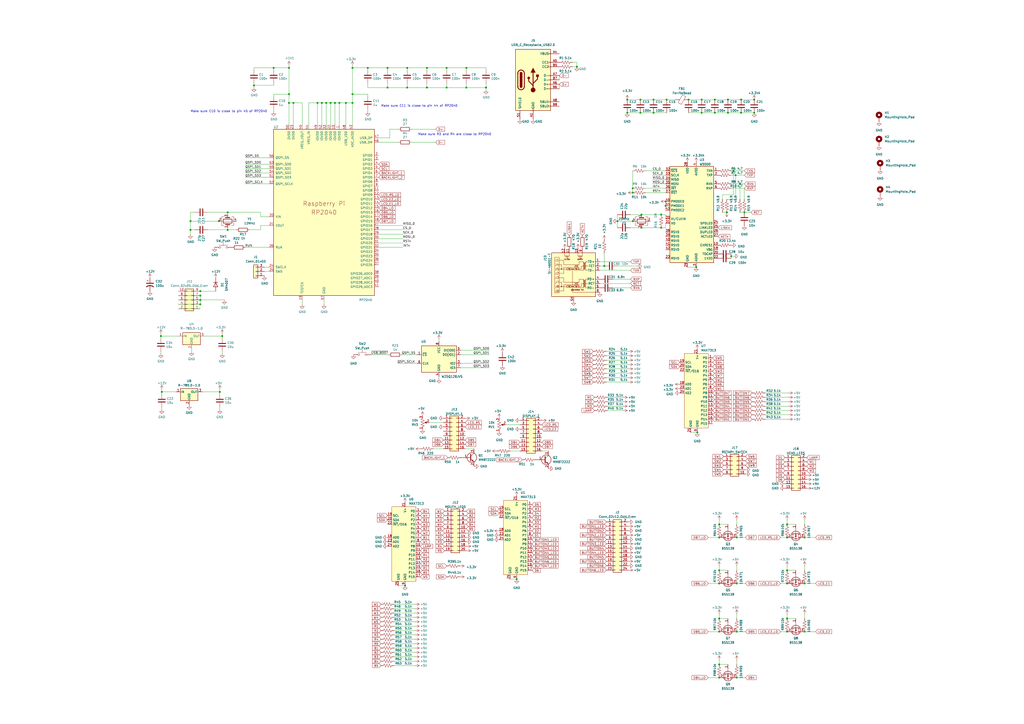
<source format=kicad_sch>
(kicad_sch (version 20230121) (generator eeschema)
  (paper "A2")
  (junction (at 379.095 65.405))
  (junction (at 456.565 304.165))
  (junction (at 247.65 39.37))
  (junction (at 456.565 338.455))
  (junction (at 167.64 59.69))
  (junction (at 414.655 57.785))
  (junction (at 128.905 194.945))
  (junction (at 456.565 311.785))
  (junction (at 427.355 393.065))
  (junction (at 437.515 57.785))
  (junction (at 158.75 39.37))
  (junction (at 426.72 101.6))
  (junction (at 429.895 57.785))
  (junction (at 429.26 106.68))
  (junction (at 170.18 59.69))
  (junction (at 116.205 173.99))
  (junction (at 417.195 311.785))
  (junction (at 422.275 65.405))
  (junction (at 247.65 50.8))
  (junction (at 417.195 358.775))
  (junction (at 429.895 65.405))
  (junction (at 224.79 39.37))
  (junction (at 334.645 38.735))
  (junction (at 204.47 54.61))
  (junction (at 417.195 393.065))
  (junction (at 167.64 54.61))
  (junction (at 427.355 366.395))
  (junction (at 184.15 59.69))
  (junction (at 466.725 311.785))
  (junction (at 270.51 50.8))
  (junction (at 383.54 132.08))
  (junction (at 358.14 128.27))
  (junction (at 363.855 65.405))
  (junction (at 417.195 330.835))
  (junction (at 386.715 57.785))
  (junction (at 386.08 119.38))
  (junction (at 236.22 39.37))
  (junction (at 414.655 65.405))
  (junction (at 132.08 133.35))
  (junction (at 127.508 227.33))
  (junction (at 367.03 128.27))
  (junction (at 372.11 124.46))
  (junction (at 281.94 50.8))
  (junction (at 437.515 65.405))
  (junction (at 299.72 335.915))
  (junction (at 404.495 250.825))
  (junction (at 200.66 59.69))
  (junction (at 456.565 366.395))
  (junction (at 259.08 50.8))
  (junction (at 456.565 358.775))
  (junction (at 399.415 57.785))
  (junction (at 371.475 57.785))
  (junction (at 407.035 65.405))
  (junction (at 93.345 194.945))
  (junction (at 407.035 57.785))
  (junction (at 383.54 124.46))
  (junction (at 110.49 128.27))
  (junction (at 116.205 171.45))
  (junction (at 147.32 49.53))
  (junction (at 224.79 50.8))
  (junction (at 431.8 123.19))
  (junction (at 417.195 338.455))
  (junction (at 417.195 366.395))
  (junction (at 116.205 176.53))
  (junction (at 363.855 57.785))
  (junction (at 213.36 39.37))
  (junction (at 427.355 311.785))
  (junction (at 270.51 39.37))
  (junction (at 372.11 132.08))
  (junction (at 427.355 338.455))
  (junction (at 132.08 123.19))
  (junction (at 424.18 148.59))
  (junction (at 93.853 227.33))
  (junction (at 422.275 57.785))
  (junction (at 367.03 109.22))
  (junction (at 371.475 65.405))
  (junction (at 456.565 330.835))
  (junction (at 379.095 57.785))
  (junction (at 367.03 111.76))
  (junction (at 466.725 338.455))
  (junction (at 403.86 154.94))
  (junction (at 236.22 50.8))
  (junction (at 417.195 385.445))
  (junction (at 110.49 133.35))
  (junction (at 204.47 39.37))
  (junction (at 196.85 59.69))
  (junction (at 350.52 154.305))
  (junction (at 127 128.27))
  (junction (at 189.23 59.69))
  (junction (at 417.195 304.165))
  (junction (at 191.77 59.69))
  (junction (at 466.725 366.395))
  (junction (at 204.47 59.69))
  (junction (at 421.64 123.19))
  (junction (at 425.45 99.06))
  (junction (at 116.205 168.91))
  (junction (at 186.69 59.69))
  (junction (at 194.31 59.69))
  (junction (at 259.08 39.37))
  (junction (at 167.64 39.37))
  (junction (at 386.08 116.84))
  (junction (at 234.95 339.725))
  (wire (pts (xy 417.195 385.445) (xy 422.275 385.445)))
  (wire (pts (xy 117.348 227.33) (xy 127.508 227.33)))
  (wire (pts (xy 427.355 382.905) (xy 427.355 385.445)))
  (wire (pts (xy 158.75 54.61) (xy 167.64 54.61)))
  (wire (pts (xy 431.8 123.19) (xy 435.61 123.19)))
  (wire (pts (xy 270.51 50.8) (xy 281.94 50.8)))
  (wire (pts (xy 191.77 59.69) (xy 194.31 59.69)))
  (wire (pts (xy 419.1 123.19) (xy 421.64 123.19)))
  (wire (pts (xy 424.18 148.59) (xy 425.45 148.59)))
  (wire (pts (xy 132.08 132.08) (xy 132.08 133.35)))
  (wire (pts (xy 179.07 72.39) (xy 179.07 59.69)))
  (wire (pts (xy 156.21 91.44) (xy 142.24 91.44)))
  (wire (pts (xy 364.49 216.535) (xy 351.79 216.535)))
  (wire (pts (xy 364.49 203.835) (xy 351.79 203.835)))
  (wire (pts (xy 151.13 130.81) (xy 151.13 133.35)))
  (wire (pts (xy 93.345 203.835) (xy 93.345 205.105)))
  (wire (pts (xy 452.755 338.455) (xy 456.565 338.455)))
  (wire (pts (xy 358.14 132.08) (xy 358.14 128.27)))
  (wire (pts (xy 240.665 368.3) (xy 228.6 368.3)))
  (wire (pts (xy 270.51 40.64) (xy 270.51 39.37)))
  (wire (pts (xy 142.24 97.79) (xy 156.21 97.79)))
  (wire (pts (xy 457.2 240.665) (xy 443.865 240.665)))
  (wire (pts (xy 213.36 55.88) (xy 213.36 54.61)))
  (wire (pts (xy 466.725 311.785) (xy 473.075 311.785)))
  (wire (pts (xy 93.853 236.22) (xy 93.853 237.49)))
  (wire (pts (xy 204.47 38.1) (xy 204.47 39.37)))
  (wire (pts (xy 398.78 154.94) (xy 403.86 154.94)))
  (wire (pts (xy 233.68 135.89) (xy 219.71 135.89)))
  (wire (pts (xy 147.32 49.53) (xy 147.32 50.8)))
  (wire (pts (xy 224.79 48.26) (xy 224.79 50.8)))
  (wire (pts (xy 426.72 115.57) (xy 426.72 101.6)))
  (wire (pts (xy 247.65 50.8) (xy 236.22 50.8)))
  (wire (pts (xy 158.75 40.64) (xy 158.75 39.37)))
  (wire (pts (xy 324.485 48.895) (xy 324.485 51.435)))
  (wire (pts (xy 371.475 65.405) (xy 379.095 65.405)))
  (wire (pts (xy 372.11 124.46) (xy 383.54 124.46)))
  (wire (pts (xy 200.66 72.39) (xy 200.66 59.69)))
  (wire (pts (xy 466.725 356.235) (xy 466.725 358.775)))
  (wire (pts (xy 457.2 233.045) (xy 443.865 233.045)))
  (wire (pts (xy 452.755 311.785) (xy 456.565 311.785)))
  (wire (pts (xy 377.19 128.27) (xy 367.03 128.27)))
  (wire (pts (xy 151.13 125.73) (xy 156.21 125.73)))
  (wire (pts (xy 295.91 261.62) (xy 301.625 261.62)))
  (wire (pts (xy 417.195 304.165) (xy 422.275 304.165)))
  (wire (pts (xy 132.08 123.19) (xy 151.13 123.19)))
  (wire (pts (xy 410.845 338.455) (xy 417.195 338.455)))
  (wire (pts (xy 236.22 50.8) (xy 224.79 50.8)))
  (wire (pts (xy 204.47 39.37) (xy 213.36 39.37)))
  (wire (pts (xy 240.665 383.54) (xy 228.6 383.54)))
  (wire (pts (xy 116.205 173.99) (xy 116.205 176.53)))
  (wire (pts (xy 240.665 381) (xy 228.6 381)))
  (wire (pts (xy 334.645 36.195) (xy 332.105 36.195)))
  (wire (pts (xy 365.76 164.465) (xy 347.98 164.465)))
  (wire (pts (xy 425.45 99.06) (xy 424.18 99.06)))
  (wire (pts (xy 167.64 54.61) (xy 167.64 59.69)))
  (wire (pts (xy 142.24 100.33) (xy 156.21 100.33)))
  (wire (pts (xy 251.46 260.35) (xy 257.175 260.35)))
  (wire (pts (xy 425.45 113.03) (xy 425.45 99.06)))
  (wire (pts (xy 365.76 161.925) (xy 355.6 161.925)))
  (wire (pts (xy 142.24 95.25) (xy 156.21 95.25)))
  (wire (pts (xy 374.65 109.22) (xy 386.08 109.22)))
  (wire (pts (xy 142.24 102.87) (xy 156.21 102.87)))
  (wire (pts (xy 466.725 338.455) (xy 473.075 338.455)))
  (wire (pts (xy 175.26 59.69) (xy 170.18 59.69)))
  (wire (pts (xy 400.685 250.825) (xy 404.495 250.825)))
  (wire (pts (xy 427.355 356.235) (xy 427.355 358.775)))
  (wire (pts (xy 365.76 167.005) (xy 355.6 167.005)))
  (wire (pts (xy 231.14 339.725) (xy 234.95 339.725)))
  (wire (pts (xy 424.18 147.32) (xy 424.18 148.59)))
  (wire (pts (xy 424.18 106.68) (xy 429.26 106.68)))
  (wire (pts (xy 410.845 393.065) (xy 417.195 393.065)))
  (wire (pts (xy 236.22 48.26) (xy 236.22 50.8)))
  (wire (pts (xy 238.76 82.55) (xy 252.73 82.55)))
  (wire (pts (xy 226.06 74.93) (xy 226.06 80.01)))
  (wire (pts (xy 204.47 54.61) (xy 204.47 59.69)))
  (wire (pts (xy 238.76 74.93) (xy 252.73 74.93)))
  (wire (pts (xy 267.335 213.36) (xy 283.845 213.36)))
  (wire (pts (xy 424.18 109.22) (xy 431.8 109.22)))
  (wire (pts (xy 457.2 243.205) (xy 443.865 243.205)))
  (wire (pts (xy 196.85 59.69) (xy 196.85 72.39)))
  (wire (pts (xy 167.64 38.1) (xy 167.64 39.37)))
  (wire (pts (xy 103.505 168.91) (xy 116.205 168.91)))
  (wire (pts (xy 158.75 49.53) (xy 158.75 48.26)))
  (wire (pts (xy 186.69 59.69) (xy 189.23 59.69)))
  (wire (pts (xy 233.68 133.35) (xy 219.71 133.35)))
  (wire (pts (xy 431.8 106.68) (xy 429.26 106.68)))
  (wire (pts (xy 350.52 146.685) (xy 350.52 154.305)))
  (wire (pts (xy 410.845 366.395) (xy 417.195 366.395)))
  (wire (pts (xy 187.96 173.99) (xy 187.96 176.53)))
  (wire (pts (xy 295.91 335.915) (xy 299.72 335.915)))
  (wire (pts (xy 361.315 230.505) (xy 352.425 230.505)))
  (wire (pts (xy 224.79 40.64) (xy 224.79 39.37)))
  (wire (pts (xy 127.508 227.33) (xy 127.508 226.06)))
  (wire (pts (xy 431.8 109.22) (xy 431.8 115.57)))
  (wire (pts (xy 407.035 57.785) (xy 399.415 57.785)))
  (wire (pts (xy 240.665 355.6) (xy 228.6 355.6)))
  (wire (pts (xy 247.65 40.64) (xy 247.65 39.37)))
  (wire (pts (xy 254.635 218.44) (xy 254.635 219.71)))
  (wire (pts (xy 93.345 193.675) (xy 93.345 194.945)))
  (wire (pts (xy 332.105 38.735) (xy 334.645 38.735)))
  (wire (pts (xy 466.725 301.625) (xy 466.725 304.165)))
  (wire (pts (xy 364.49 211.455) (xy 351.79 211.455)))
  (wire (pts (xy 240.665 358.14) (xy 228.6 358.14)))
  (wire (pts (xy 466.725 366.395) (xy 473.075 366.395)))
  (wire (pts (xy 153.416 154.94) (xy 156.21 154.94)))
  (wire (pts (xy 369.57 154.305) (xy 358.14 154.305)))
  (wire (pts (xy 350.52 154.305) (xy 347.98 154.305)))
  (wire (pts (xy 120.65 123.19) (xy 132.08 123.19)))
  (wire (pts (xy 267.335 205.74) (xy 283.845 205.74)))
  (wire (pts (xy 224.79 50.8) (xy 213.36 50.8)))
  (wire (pts (xy 132.08 124.46) (xy 132.08 123.19)))
  (wire (pts (xy 364.49 208.915) (xy 351.79 208.915)))
  (wire (pts (xy 215.265 205.74) (xy 225.425 205.74)))
  (wire (pts (xy 386.08 116.84) (xy 386.08 119.38)))
  (wire (pts (xy 128.905 196.215) (xy 128.905 194.945)))
  (wire (pts (xy 103.505 179.07) (xy 116.205 179.07)))
  (wire (pts (xy 191.77 72.39) (xy 191.77 59.69)))
  (wire (pts (xy 240.665 378.46) (xy 228.6 378.46)))
  (wire (pts (xy 236.22 40.64) (xy 236.22 39.37)))
  (wire (pts (xy 116.205 173.99) (xy 130.175 173.99)))
  (wire (pts (xy 175.26 72.39) (xy 175.26 59.69)))
  (wire (pts (xy 147.32 39.37) (xy 158.75 39.37)))
  (wire (pts (xy 110.49 128.27) (xy 110.49 133.35)))
  (wire (pts (xy 431.8 99.06) (xy 425.45 99.06)))
  (wire (pts (xy 259.08 48.26) (xy 259.08 50.8)))
  (wire (pts (xy 103.505 173.99) (xy 116.205 173.99)))
  (wire (pts (xy 383.54 124.46) (xy 386.08 124.46)))
  (wire (pts (xy 417.195 358.775) (xy 422.275 358.775)))
  (wire (pts (xy 457.2 238.125) (xy 443.865 238.125)))
  (wire (pts (xy 175.26 173.99) (xy 175.26 176.53)))
  (wire (pts (xy 120.65 133.35) (xy 132.08 133.35)))
  (wire (pts (xy 240.665 375.92) (xy 228.6 375.92)))
  (wire (pts (xy 196.85 59.69) (xy 200.66 59.69)))
  (wire (pts (xy 247.65 39.37) (xy 259.08 39.37)))
  (wire (pts (xy 457.2 235.585) (xy 443.865 235.585)))
  (wire (pts (xy 363.855 57.785) (xy 371.475 57.785)))
  (wire (pts (xy 156.21 143.51) (xy 142.24 143.51)))
  (wire (pts (xy 410.845 311.785) (xy 417.195 311.785)))
  (wire (pts (xy 254.635 196.85) (xy 254.635 198.12)))
  (wire (pts (xy 371.475 57.785) (xy 379.095 57.785)))
  (wire (pts (xy 378.46 101.6) (xy 386.08 101.6)))
  (wire (pts (xy 219.71 80.01) (xy 226.06 80.01)))
  (wire (pts (xy 452.755 366.395) (xy 456.565 366.395)))
  (wire (pts (xy 365.76 151.765) (xy 347.98 151.765)))
  (wire (pts (xy 103.505 194.945) (xy 93.345 194.945)))
  (wire (pts (xy 233.68 130.81) (xy 219.71 130.81)))
  (wire (pts (xy 153.416 157.48) (xy 156.21 157.48)))
  (wire (pts (xy 240.665 365.76) (xy 228.6 365.76)))
  (wire (pts (xy 364.49 213.995) (xy 351.79 213.995)))
  (wire (pts (xy 236.22 39.37) (xy 247.65 39.37)))
  (wire (pts (xy 281.94 50.8) (xy 281.94 52.07)))
  (wire (pts (xy 429.895 65.405) (xy 437.515 65.405)))
  (wire (pts (xy 379.095 57.785) (xy 386.715 57.785)))
  (wire (pts (xy 128.905 203.835) (xy 128.905 205.105)))
  (wire (pts (xy 113.03 133.35) (xy 110.49 133.35)))
  (wire (pts (xy 93.853 227.33) (xy 93.853 228.6)))
  (wire (pts (xy 110.49 133.35) (xy 110.49 135.89)))
  (wire (pts (xy 127.508 228.6) (xy 127.508 227.33)))
  (wire (pts (xy 364.49 221.615) (xy 351.79 221.615)))
  (wire (pts (xy 224.79 39.37) (xy 236.22 39.37)))
  (wire (pts (xy 427.355 366.395) (xy 432.435 366.395)))
  (wire (pts (xy 240.665 350.52) (xy 228.6 350.52)))
  (wire (pts (xy 457.2 227.965) (xy 443.865 227.965)))
  (wire (pts (xy 426.72 101.6) (xy 424.18 101.6)))
  (wire (pts (xy 417.195 330.835) (xy 422.275 330.835)))
  (wire (pts (xy 267.335 210.82) (xy 283.845 210.82)))
  (wire (pts (xy 204.47 39.37) (xy 204.47 54.61)))
  (wire (pts (xy 374.65 111.76) (xy 386.08 111.76)))
  (wire (pts (xy 189.23 72.39) (xy 189.23 59.69)))
  (wire (pts (xy 466.725 328.295) (xy 466.725 330.835)))
  (wire (pts (xy 267.335 203.2) (xy 283.845 203.2)))
  (wire (pts (xy 367.03 99.06) (xy 367.03 109.22)))
  (wire (pts (xy 407.035 65.405) (xy 414.655 65.405)))
  (wire (pts (xy 364.49 219.075) (xy 351.79 219.075)))
  (wire (pts (xy 372.11 132.08) (xy 383.54 132.08)))
  (wire (pts (xy 116.205 168.91) (xy 125.095 168.91)))
  (wire (pts (xy 248.92 245.11) (xy 257.175 245.11)))
  (wire (pts (xy 372.11 124.46) (xy 365.76 124.46)))
  (wire (pts (xy 379.095 65.405) (xy 386.715 65.405)))
  (wire (pts (xy 240.665 370.84) (xy 228.6 370.84)))
  (wire (pts (xy 194.31 59.69) (xy 196.85 59.69)))
  (wire (pts (xy 314.325 261.62) (xy 318.135 261.62)))
  (wire (pts (xy 259.08 50.8) (xy 247.65 50.8)))
  (wire (pts (xy 374.65 99.06) (xy 386.08 99.06)))
  (wire (pts (xy 233.045 205.74) (xy 241.935 205.74)))
  (wire (pts (xy 156.21 130.81) (xy 151.13 130.81)))
  (wire (pts (xy 128.905 194.945) (xy 128.905 193.675)))
  (wire (pts (xy 240.665 373.38) (xy 228.6 373.38)))
  (wire (pts (xy 424.18 148.59) (xy 424.18 149.86)))
  (wire (pts (xy 240.665 386.08) (xy 228.6 386.08)))
  (wire (pts (xy 417.195 328.295) (xy 417.195 330.835)))
  (wire (pts (xy 422.275 65.405) (xy 429.895 65.405)))
  (wire (pts (xy 93.853 226.06) (xy 93.853 227.33)))
  (wire (pts (xy 417.195 356.235) (xy 417.195 358.775)))
  (wire (pts (xy 240.665 353.06) (xy 228.6 353.06)))
  (wire (pts (xy 194.31 72.39) (xy 194.31 59.69)))
  (wire (pts (xy 270.51 39.37) (xy 281.94 39.37)))
  (wire (pts (xy 456.565 304.165) (xy 461.645 304.165)))
  (wire (pts (xy 110.49 123.19) (xy 110.49 128.27)))
  (wire (pts (xy 213.36 40.64) (xy 213.36 39.37)))
  (wire (pts (xy 456.565 328.295) (xy 456.565 330.835)))
  (wire (pts (xy 427.355 328.295) (xy 427.355 330.835)))
  (wire (pts (xy 429.26 106.68) (xy 429.26 115.57)))
  (wire (pts (xy 399.415 65.405) (xy 407.035 65.405)))
  (wire (pts (xy 259.08 40.64) (xy 259.08 39.37)))
  (wire (pts (xy 456.565 301.625) (xy 456.565 304.165)))
  (wire (pts (xy 167.64 59.69) (xy 167.64 72.39)))
  (wire (pts (xy 113.03 123.19) (xy 110.49 123.19)))
  (wire (pts (xy 158.75 55.88) (xy 158.75 54.61)))
  (wire (pts (xy 456.565 356.235) (xy 456.565 358.775)))
  (wire (pts (xy 259.08 39.37) (xy 270.51 39.37)))
  (wire (pts (xy 429.26 123.19) (xy 431.8 123.19)))
  (wire (pts (xy 151.13 125.73) (xy 151.13 123.19)))
  (wire (pts (xy 158.75 63.5) (xy 158.75 64.77)))
  (wire (pts (xy 427.355 338.455) (xy 432.435 338.455)))
  (wire (pts (xy 361.315 235.585) (xy 352.425 235.585)))
  (wire (pts (xy 170.18 59.69) (xy 167.64 59.69)))
  (wire (pts (xy 427.355 393.065) (xy 432.435 393.065)))
  (wire (pts (xy 127.508 236.22) (xy 127.508 237.49)))
  (wire (pts (xy 147.32 49.53) (xy 158.75 49.53)))
  (wire (pts (xy 233.68 140.97) (xy 219.71 140.97)))
  (wire (pts (xy 391.795 57.785) (xy 386.715 57.785)))
  (wire (pts (xy 186.69 72.39) (xy 186.69 59.69)))
  (wire (pts (xy 167.64 39.37) (xy 167.64 54.61)))
  (wire (pts (xy 116.205 171.45) (xy 116.205 173.99)))
  (wire (pts (xy 270.51 50.8) (xy 259.08 50.8)))
  (wire (pts (xy 170.18 72.39) (xy 170.18 59.69)))
  (wire (pts (xy 213.36 39.37) (xy 224.79 39.37)))
  (wire (pts (xy 419.1 113.03) (xy 425.45 113.03)))
  (wire (pts (xy 422.275 57.785) (xy 414.655 57.785)))
  (wire (pts (xy 158.75 39.37) (xy 167.64 39.37)))
  (wire (pts (xy 233.68 143.51) (xy 219.71 143.51)))
  (wire (pts (xy 456.565 358.775) (xy 461.645 358.775)))
  (wire (pts (xy 219.71 82.55) (xy 231.14 82.55)))
  (wire (pts (xy 386.08 129.54) (xy 386.08 132.08)))
  (wire (pts (xy 386.08 119.38) (xy 386.08 121.92)))
  (wire (pts (xy 324.485 43.815) (xy 324.485 46.355)))
  (wire (pts (xy 200.66 59.69) (xy 204.47 59.69)))
  (wire (pts (xy 233.68 138.43) (xy 219.71 138.43)))
  (wire (pts (xy 363.855 65.405) (xy 371.475 65.405)))
  (wire (pts (xy 457.2 230.505) (xy 443.865 230.505)))
  (wire (pts (xy 240.665 360.68) (xy 228.6 360.68)))
  (wire (pts (xy 293.37 246.38) (xy 301.625 246.38)))
  (wire (pts (xy 179.07 59.69) (xy 184.15 59.69)))
  (wire (pts (xy 103.505 176.53) (xy 116.205 176.53)))
  (wire (pts (xy 247.65 48.26) (xy 247.65 50.8)))
  (wire (pts (xy 421.64 115.57) (xy 426.72 115.57)))
  (wire (pts (xy 437.515 57.785) (xy 429.895 57.785)))
  (wire (pts (xy 213.36 63.5) (xy 213.36 64.77)))
  (wire (pts (xy 386.08 127) (xy 386.08 124.46)))
  (wire (pts (xy 417.195 382.905) (xy 417.195 385.445)))
  (wire (pts (xy 378.46 104.14) (xy 386.08 104.14)))
  (wire (pts (xy 144.78 133.35) (xy 151.13 133.35)))
  (wire (pts (xy 93.853 227.33) (xy 102.108 227.33)))
  (wire (pts (xy 383.54 132.08) (xy 386.08 132.08)))
  (wire (pts (xy 110.49 128.27) (xy 127 128.27)))
  (wire (pts (xy 281.94 48.26) (xy 281.94 50.8)))
  (wire (pts (xy 367.03 128.27) (xy 358.14 128.27)))
  (wire (pts (xy 269.875 260.35) (xy 274.955 260.35)))
  (wire (pts (xy 111.125 202.565) (xy 111.125 203.835)))
  (wire (pts (xy 414.655 57.785) (xy 407.035 57.785)))
  (wire (pts (xy 270.51 48.26) (xy 270.51 50.8)))
  (wire (pts (xy 429.895 57.785) (xy 422.275 57.785)))
  (wire (pts (xy 334.645 36.195) (xy 334.645 38.735)))
  (wire (pts (xy 147.32 40.64) (xy 147.32 39.37)))
  (wire (pts (xy 414.655 65.405) (xy 422.275 65.405)))
  (wire (pts (xy 378.46 106.68) (xy 386.08 106.68)))
  (wire (pts (xy 419.1 115.57) (xy 419.1 113.03)))
  (wire (pts (xy 417.195 301.625) (xy 417.195 304.165)))
  (wire (pts (xy 230.505 210.82) (xy 241.935 210.82)))
  (wire (pts (xy 184.15 59.69) (xy 186.69 59.69)))
  (wire (pts (xy 204.47 54.61) (xy 213.36 54.61)))
  (wire (pts (xy 132.08 133.35) (xy 137.16 133.35)))
  (wire (pts (xy 427.355 301.625) (xy 427.355 304.165)))
  (wire (pts (xy 456.565 330.835) (xy 461.645 330.835)))
  (wire (pts (xy 431.8 101.6) (xy 426.72 101.6)))
  (wire (pts (xy 427.355 311.785) (xy 432.435 311.785)))
  (wire (pts (xy 281.94 40.64) (xy 281.94 39.37)))
  (wire (pts (xy 103.505 171.45) (xy 116.205 171.45)))
  (wire (pts (xy 156.21 106.68) (xy 142.24 106.68)))
  (wire (pts (xy 204.47 59.69) (xy 204.47 72.39)))
  (wire (pts (xy 93.345 196.215) (xy 93.345 194.945)))
  (wire (pts (xy 184.15 72.39) (xy 184.15 59.69)))
  (wire (pts (xy 147.32 48.26) (xy 147.32 49.53)))
  (wire (pts (xy 118.745 194.945) (xy 128.905 194.945)))
  (wire (pts (xy 361.315 238.125) (xy 352.425 238.125)))
  (wire (pts (xy 364.49 206.375) (xy 351.79 206.375)))
  (wire (pts (xy 367.03 109.22) (xy 367.03 111.76)))
  (wire (pts (xy 226.06 74.93) (xy 231.14 74.93)))
  (wire (pts (xy 240.665 363.22) (xy 228.6 363.22)))
  (wire (pts (xy 189.23 59.69) (xy 191.77 59.69)))
  (wire (pts (xy 372.11 132.08) (xy 365.76 132.08)))
  (wire (pts (xy 213.36 48.26) (xy 213.36 50.8)))
  (wire (pts (xy 365.76 156.845) (xy 347.98 156.845)))
  (wire (pts (xy 127 128.27) (xy 137.16 128.27)))
  (wire (pts (xy 358.14 128.27) (xy 358.14 124.46)))
  (wire (pts (xy 361.315 233.045) (xy 352.425 233.045)))
  (text "Make sure C11 is close to pin 44 of RP2040" (at 220.98 62.23 0) (effects (font (size 1.27 1.27)) (justify left bottom)))
  (text "Make sure R3 and R4 are close to RP2040" (at 242.57 78.74 0) (effects (font (size 1.27 1.27)) (justify left bottom)))
  (text "Make sure C10 is close to pin 45 of RP2040" (at 110.49 65.405 0) (effects (font (size 1.27 1.27)) (justify left bottom)))
  (label "QSPI_SCLK" (at 230.505 210.82 0))
  (label "RSTn" (at 233.68 140.97 0))
  (label "SCK_0" (at 378.46 101.6 0))
  (label "QSPI_SS" (at 233.045 205.74 0))
  (label "QSPI_SD0" (at 142.24 95.25 0))
  (label "QSPI_SD3" (at 283.845 213.36 180))
  (label "QSPI_SD0" (at 283.845 203.2 180))
  (label "MISO_0" (at 378.46 104.14 0))
  (label "QSPI_SS" (at 142.24 91.44 0))
  (label "MOSI_0" (at 378.46 106.68 0))
  (label "QSPI_SD2" (at 283.845 210.82 180))
  (label "CS_0" (at 378.46 99.06 0))
  (label "INTn" (at 378.46 109.22 0))
  (label "MOSI_0" (at 233.68 138.43 0))
  (label "MISO_0" (at 233.68 130.81 0))
  (label "~{USB_BOOT}" (at 215.265 205.74 0))
  (label "INTn" (at 233.68 143.51 0))
  (label "QSPI_SD1" (at 142.24 97.79 0))
  (label "QSPI_SD3" (at 142.24 102.87 0))
  (label "RUN" (at 142.24 143.51 0))
  (label "RSTn" (at 378.46 111.76 0))
  (label "QSPI_SD2" (at 142.24 100.33 0))
  (label "CS_0" (at 233.68 133.35 0))
  (label "QSPI_SCLK" (at 142.24 106.68 0))
  (label "SCK_0" (at 233.68 135.89 0))
  (label "QSPI_SD1" (at 283.845 205.74 180))
  (global_label "TXP" (shape input) (at 365.76 151.765 0) (property "Intersheetrefs" "${INTERSHEET_REFS}" (effects hide)))
  (global_label "SCL" (shape input) (at 259.08 328.295 180) (property "Intersheetrefs" "${INTERSHEET_REFS}" (effects hide)))
  (global_label "SW8" (shape input) (at 344.17 221.615 180) (property "Intersheetrefs" "${INTERSHEET_REFS}" (effects hide)))
  (global_label "BUTTON2" (shape input) (at 351.79 307.848 180) (property "Intersheetrefs" "${INTERSHEET_REFS}" (effects hide)))
  (global_label "BUTTON1_LED" (shape input) (at 308.61 313.055 0) (property "Intersheetrefs" "${INTERSHEET_REFS}" (effects hide)))
  (global_label "BUTTON5_LED" (shape input) (at 351.79 325.628 180) (property "Intersheetrefs" "${INTERSHEET_REFS}" (effects hide)))
  (global_label "D6" (shape input) (at 308.61 330.835 0) (property "Intersheetrefs" "${INTERSHEET_REFS}" (effects hide)))
  (global_label "R5" (shape input) (at 243.84 319.405 0) (property "Intersheetrefs" "${INTERSHEET_REFS}" (effects hide)))
  (global_label "BUTTON7" (shape input) (at 436.245 227.965 180) (property "Intersheetrefs" "${INTERSHEET_REFS}" (effects hide)))
  (global_label "R2" (shape input) (at 243.84 327.025 0) (property "Intersheetrefs" "${INTERSHEET_REFS}" (effects hide)))
  (global_label "D6" (shape input) (at 455.295 278.13 180) (property "Intersheetrefs" "${INTERSHEET_REFS}" (effects hide)))
  (global_label "B2" (shape input) (at 243.84 306.705 0) (property "Intersheetrefs" "${INTERSHEET_REFS}" (effects hide)))
  (global_label "D2" (shape input) (at 308.61 307.975 0) (property "Intersheetrefs" "${INTERSHEET_REFS}" (effects hide)))
  (global_label "D-" (shape input) (at 324.485 43.815 0) (property "Intersheetrefs" "${INTERSHEET_REFS}" (effects hide)))
  (global_label "BUTTON1" (shape input) (at 351.79 302.768 180) (property "Intersheetrefs" "${INTERSHEET_REFS}" (effects hide)))
  (global_label "W3" (shape input) (at 243.84 304.165 0) (property "Intersheetrefs" "${INTERSHEET_REFS}" (effects hide)))
  (global_label "RXN" (shape input) (at 365.76 167.005 0) (property "Intersheetrefs" "${INTERSHEET_REFS}" (effects hide)))
  (global_label "ACTn" (shape input) (at 337.82 136.525 90) (property "Intersheetrefs" "${INTERSHEET_REFS}" (effects hide)))
  (global_label "BUTTON5" (shape input) (at 351.79 323.088 180) (property "Intersheetrefs" "${INTERSHEET_REFS}" (effects hide)))
  (global_label "SW4" (shape input) (at 344.17 211.455 180) (property "Intersheetrefs" "${INTERSHEET_REFS}" (effects hide)))
  (global_label "BUTTON4" (shape input) (at 436.245 235.585 180) (property "Intersheetrefs" "${INTERSHEET_REFS}" (effects hide)))
  (global_label "R2" (shape input) (at 257.81 311.785 180) (property "Intersheetrefs" "${INTERSHEET_REFS}" (effects hide)))
  (global_label "BUTTON4" (shape input) (at 413.385 235.585 0) (property "Intersheetrefs" "${INTERSHEET_REFS}" (effects hide)))
  (global_label "BACKLIGHT_2" (shape input) (at 219.71 102.87 0) (property "Intersheetrefs" "${INTERSHEET_REFS}" (effects hide)))
  (global_label "BUTTON5_LED" (shape input) (at 308.61 323.215 0) (property "Intersheetrefs" "${INTERSHEET_REFS}" (effects hide)))
  (global_label "SW1" (shape input) (at 413.385 225.425 0) (property "Intersheetrefs" "${INTERSHEET_REFS}" (effects hide)))
  (global_label "SCL" (shape input) (at 394.335 210.185 180) (property "Intersheetrefs" "${INTERSHEET_REFS}" (effects hide)))
  (global_label "DB7" (shape input) (at 314.325 259.08 0) (property "Intersheetrefs" "${INTERSHEET_REFS}" (effects hide)))
  (global_label "BUTTON2_LED" (shape input) (at 308.61 315.595 0) (property "Intersheetrefs" "${INTERSHEET_REFS}" (effects hide)))
  (global_label "SW7" (shape input) (at 413.385 217.805 0) (property "Intersheetrefs" "${INTERSHEET_REFS}" (effects hide)))
  (global_label "W5" (shape input) (at 243.84 334.645 0) (property "Intersheetrefs" "${INTERSHEET_REFS}" (effects hide)))
  (global_label "D5" (shape input) (at 308.61 292.735 0) (property "Intersheetrefs" "${INTERSHEET_REFS}" (effects hide)))
  (global_label "BUTTON3_LED" (shape input) (at 308.61 318.135 0) (property "Intersheetrefs" "${INTERSHEET_REFS}" (effects hide)))
  (global_label "DB4" (shape input) (at 301.625 256.54 180) (property "Intersheetrefs" "${INTERSHEET_REFS}" (effects hide)))
  (global_label "LCD_RS_LO" (shape input) (at 452.755 311.785 180) (property "Intersheetrefs" "${INTERSHEET_REFS}" (effects hide)))
  (global_label "LCD_E2_LO" (shape input) (at 219.71 115.57 0) (property "Intersheetrefs" "${INTERSHEET_REFS}" (effects hide)))
  (global_label "RXP" (shape input) (at 365.76 161.925 0) (property "Intersheetrefs" "${INTERSHEET_REFS}" (effects hide)))
  (global_label "R5" (shape input) (at 257.81 319.405 180) (property "Intersheetrefs" "${INTERSHEET_REFS}" (effects hide)))
  (global_label "BACKLIGHT_1" (shape input) (at 219.71 100.33 0) (property "Intersheetrefs" "${INTERSHEET_REFS}" (effects hide)))
  (global_label "B3" (shape input) (at 243.84 301.625 0) (property "Intersheetrefs" "${INTERSHEET_REFS}" (effects hide)))
  (global_label "DB4" (shape input) (at 257.175 255.27 180) (property "Intersheetrefs" "${INTERSHEET_REFS}" (effects hide)))
  (global_label "R3" (shape input) (at 220.98 368.3 180) (property "Intersheetrefs" "${INTERSHEET_REFS}" (effects hide)))
  (global_label "LCD_RS" (shape input) (at 269.875 245.11 0) (property "Intersheetrefs" "${INTERSHEET_REFS}" (effects hide)))
  (global_label "W5" (shape input) (at 220.98 360.68 180) (property "Intersheetrefs" "${INTERSHEET_REFS}" (effects hide)))
  (global_label "D5" (shape input) (at 455.295 275.59 180) (property "Intersheetrefs" "${INTERSHEET_REFS}" (effects hide)))
  (global_label "B5" (shape input) (at 243.84 332.105 0) (property "Intersheetrefs" "${INTERSHEET_REFS}" (effects hide)))
  (global_label "SW1" (shape input) (at 344.17 203.835 180) (property "Intersheetrefs" "${INTERSHEET_REFS}" (effects hide)))
  (global_label "SW1" (shape input) (at 419.735 264.795 180) (property "Intersheetrefs" "${INTERSHEET_REFS}" (effects hide)))
  (global_label "DB6" (shape input) (at 257.175 257.81 180) (property "Intersheetrefs" "${INTERSHEET_REFS}" (effects hide)))
  (global_label "BUTTON4_LED" (shape input) (at 308.61 320.675 0) (property "Intersheetrefs" "${INTERSHEET_REFS}" (effects hide)))
  (global_label "M1" (shape input) (at 344.805 230.505 180) (property "Intersheetrefs" "${INTERSHEET_REFS}" (effects hide)))
  (global_label "SW2" (shape input) (at 344.17 206.375 180) (property "Intersheetrefs" "${INTERSHEET_REFS}" (effects hide)))
  (global_label "W4" (shape input) (at 243.84 299.085 0) (property "Intersheetrefs" "${INTERSHEET_REFS}" (effects hide)))
  (global_label "SW3" (shape input) (at 344.17 208.915 180) (property "Intersheetrefs" "${INTERSHEET_REFS}" (effects hide)))
  (global_label "D1" (shape input) (at 455.295 265.43 180) (property "Intersheetrefs" "${INTERSHEET_REFS}" (effects hide)))
  (global_label "W1" (shape input) (at 243.84 314.325 0) (property "Intersheetrefs" "${INTERSHEET_REFS}" (effects hide)))
  (global_label "DB6" (shape input) (at 301.625 259.08 180) (property "Intersheetrefs" "${INTERSHEET_REFS}" (effects hide)))
  (global_label "B2" (shape input) (at 270.51 299.085 0) (property "Intersheetrefs" "${INTERSHEET_REFS}" (effects hide)))
  (global_label "DB4" (shape input) (at 432.435 393.065 0) (property "Intersheetrefs" "${INTERSHEET_REFS}" (effects hide)))
  (global_label "BUTTON2" (shape input) (at 436.245 240.665 180) (property "Intersheetrefs" "${INTERSHEET_REFS}" (effects hide)))
  (global_label "SW3" (shape input) (at 419.735 269.875 180) (property "Intersheetrefs" "${INTERSHEET_REFS}" (effects hide)))
  (global_label "R1" (shape input) (at 257.81 309.245 180) (property "Intersheetrefs" "${INTERSHEET_REFS}" (effects hide)))
  (global_label "SW4" (shape input) (at 413.385 210.185 0) (property "Intersheetrefs" "${INTERSHEET_REFS}" (effects hide)))
  (global_label "LCD_E1_LO" (shape input) (at 219.71 118.11 0) (property "Intersheetrefs" "${INTERSHEET_REFS}" (effects hide)))
  (global_label "B5" (shape input) (at 220.98 386.08 180) (property "Intersheetrefs" "${INTERSHEET_REFS}" (effects hide)))
  (global_label "SW3" (shape input) (at 413.385 215.265 0) (property "Intersheetrefs" "${INTERSHEET_REFS}" (effects hide)))
  (global_label "DB5_LO" (shape input) (at 219.71 123.19 0) (property "Intersheetrefs" "${INTERSHEET_REFS}" (effects hide)))
  (global_label "SDA" (shape input) (at 259.08 334.645 180) (property "Intersheetrefs" "${INTERSHEET_REFS}" (effects hide)))
  (global_label "RCT" (shape input) (at 435.61 123.19 0) (property "Intersheetrefs" "${INTERSHEET_REFS}" (effects hide)))
  (global_label "SDA" (shape input) (at 219.71 95.25 0) (property "Intersheetrefs" "${INTERSHEET_REFS}" (effects hide)))
  (global_label "R2" (shape input) (at 220.98 365.76 180) (property "Intersheetrefs" "${INTERSHEET_REFS}" (effects hide)))
  (global_label "BUTTON1" (shape input) (at 413.385 243.205 0) (property "Intersheetrefs" "${INTERSHEET_REFS}" (effects hide)))
  (global_label "M1" (shape input) (at 467.995 267.97 0) (property "Intersheetrefs" "${INTERSHEET_REFS}" (effects hide)))
  (global_label "TXP" (shape input) (at 431.8 101.6 0) (property "Intersheetrefs" "${INTERSHEET_REFS}" (effects hide)))
  (global_label "DB6_LO" (shape input) (at 219.71 125.73 0) (property "Intersheetrefs" "${INTERSHEET_REFS}" (effects hide)))
  (global_label "BACKLIGHT_1" (shape input) (at 259.715 265.43 180) (property "Intersheetrefs" "${INTERSHEET_REFS}" (effects hide)))
  (global_label "RXP" (shape input) (at 431.8 109.22 0) (property "Intersheetrefs" "${INTERSHEET_REFS}" (effects hide)))
  (global_label "RXN" (shape input) (at 431.8 106.68 0) (property "Intersheetrefs" "${INTERSHEET_REFS}" (effects hide)))
  (global_label "SW2" (shape input) (at 413.385 220.345 0) (property "Intersheetrefs" "${INTERSHEET_REFS}" (effects hide)))
  (global_label "SDA" (shape input) (at 394.335 212.725 180) (property "Intersheetrefs" "${INTERSHEET_REFS}" (effects hide)))
  (global_label "M2" (shape input) (at 467.995 270.51 0) (property "Intersheetrefs" "${INTERSHEET_REFS}" (effects hide)))
  (global_label "SDA" (shape input) (at 289.56 297.815 180) (property "Intersheetrefs" "${INTERSHEET_REFS}" (effects hide)))
  (global_label "LINKn" (shape input) (at 330.2 136.525 90) (property "Intersheetrefs" "${INTERSHEET_REFS}" (effects hide)))
  (global_label "BUTTON3" (shape input) (at 413.385 238.125 0) (property "Intersheetrefs" "${INTERSHEET_REFS}" (effects hide)))
  (global_label "SW7" (shape input) (at 432.435 267.335 0) (property "Intersheetrefs" "${INTERSHEET_REFS}" (effects hide)))
  (global_label "DB5_LO" (shape input) (at 410.845 366.395 180) (property "Intersheetrefs" "${INTERSHEET_REFS}" (effects hide)))
  (global_label "BUTTON4" (shape input) (at 351.79 318.008 180) (property "Intersheetrefs" "${INTERSHEET_REFS}" (effects hide)))
  (global_label "BUTTON6_LED" (shape input) (at 308.61 325.755 0) (property "Intersheetrefs" "${INTERSHEET_REFS}" (effects hide)))
  (global_label "R3" (shape input) (at 257.81 314.325 180) (property "Intersheetrefs" "${INTERSHEET_REFS}" (effects hide)))
  (global_label "D+" (shape input) (at 252.73 74.93 0) (property "Intersheetrefs" "${INTERSHEET_REFS}" (effects hide)))
  (global_label "DB7" (shape input) (at 269.875 257.81 0) (property "Intersheetrefs" "${INTERSHEET_REFS}" (effects hide)))
  (global_label "B4" (shape input) (at 220.98 383.54 180) (property "Intersheetrefs" "${INTERSHEET_REFS}" (effects hide)))
  (global_label "SW7" (shape input) (at 344.17 219.075 180) (property "Intersheetrefs" "${INTERSHEET_REFS}" (effects hide)))
  (global_label "B1" (shape input) (at 243.84 311.785 0) (property "Intersheetrefs" "${INTERSHEET_REFS}" (effects hide)))
  (global_label "D2" (shape input) (at 455.295 267.97 180) (property "Intersheetrefs" "${INTERSHEET_REFS}" (effects hide)))
  (global_label "SCL" (shape input) (at 289.56 295.275 180) (property "Intersheetrefs" "${INTERSHEET_REFS}" (effects hide)))
  (global_label "BUTTON7" (shape input) (at 413.385 227.965 0) (property "Intersheetrefs" "${INTERSHEET_REFS}" (effects hide)))
  (global_label "BUTTON2" (shape input) (at 413.385 240.665 0) (property "Intersheetrefs" "${INTERSHEET_REFS}" (effects hide)))
  (global_label "M3" (shape input) (at 344.805 235.585 180) (property "Intersheetrefs" "${INTERSHEET_REFS}" (effects hide)))
  (global_label "M1" (shape input) (at 308.61 305.435 0) (property "Intersheetrefs" "${INTERSHEET_REFS}" (effects hide)))
  (global_label "LCD_E2" (shape input) (at 473.075 366.395 0) (property "Intersheetrefs" "${INTERSHEET_REFS}" (effects hide)))
  (global_label "M2" (shape input) (at 308.61 300.355 0) (property "Intersheetrefs" "${INTERSHEET_REFS}" (effects hide)))
  (global_label "M2" (shape input) (at 344.805 233.045 180) (property "Intersheetrefs" "${INTERSHEET_REFS}" (effects hide)))
  (global_label "D3" (shape input) (at 308.61 302.895 0) (property "Intersheetrefs" "${INTERSHEET_REFS}" (effects hide)))
  (global_label "D3" (shape input) (at 455.295 270.51 180) (property "Intersheetrefs" "${INTERSHEET_REFS}" (effects hide)))
  (global_label "D4" (shape input) (at 308.61 297.815 0) (property "Intersheetrefs" "${INTERSHEET_REFS}" (effects hide)))
  (global_label "D-" (shape input) (at 252.73 82.55 0) (property "Intersheetrefs" "${INTERSHEET_REFS}" (effects hide)))
  (global_label "SW6" (shape input) (at 344.17 216.535 180) (property "Intersheetrefs" "${INTERSHEET_REFS}" (effects hide)))
  (global_label "B2" (shape input) (at 220.98 378.46 180) (property "Intersheetrefs" "${INTERSHEET_REFS}" (effects hide)))
  (global_label "R4" (shape input) (at 220.98 370.84 180) (property "Intersheetrefs" "${INTERSHEET_REFS}" (effects hide)))
  (global_label "R5" (shape input) (at 220.98 373.38 180) (property "Intersheetrefs" "${INTERSHEET_REFS}" (effects hide)))
  (global_label "SCL" (shape input) (at 224.79 299.085 180) (property "Intersheetrefs" "${INTERSHEET_REFS}" (effects hide)))
  (global_label "W1" (shape input) (at 220.98 350.52 180) (property "Intersheetrefs" "${INTERSHEET_REFS}" (effects hide)))
  (global_label "DB4_LO" (shape input) (at 410.845 393.065 180) (property "Intersheetrefs" "${INTERSHEET_REFS}" (effects hide)))
  (global_label "D+" (shape input) (at 324.485 48.895 0) (property "Intersheetrefs" "${INTERSHEET_REFS}" (effects hide)))
  (global_label "BUTTON6" (shape input) (at 436.245 230.505 180) (property "Intersheetrefs" "${INTERSHEET_REFS}" (effects hide)))
  (global_label "SDA" (shape input) (at 224.79 301.625 180) (property "Intersheetrefs" "${INTERSHEET_REFS}" (effects hide)))
  (global_label "BUTTON3" (shape input) (at 351.79 312.928 180) (property "Intersheetrefs" "${INTERSHEET_REFS}" (effects hide)))
  (global_label "DB5" (shape input) (at 432.435 366.395 0) (property "Intersheetrefs" "${INTERSHEET_REFS}" (effects hide)))
  (global_label "W4" (shape input) (at 257.81 304.165 180) (property "Intersheetrefs" "${INTERSHEET_REFS}" (effects hide)))
  (global_label "B4" (shape input) (at 270.51 304.165 0) (property "Intersheetrefs" "${INTERSHEET_REFS}" (effects hide)))
  (global_label "DB7" (shape input) (at 432.435 311.785 0) (property "Intersheetrefs" "${INTERSHEET_REFS}" (effects hide)))
  (global_label "DB6_LO" (shape input) (at 410.845 338.455 180) (property "Intersheetrefs" "${INTERSHEET_REFS}" (effects hide)))
  (global_label "W3" (shape input) (at 257.81 301.625 180) (property "Intersheetrefs" "${INTERSHEET_REFS}" (effects hide)))
  (global_label "BACKLIGHT_2" (shape input) (at 302.895 266.7 180) (property "Intersheetrefs" "${INTERSHEET_REFS}" (effects hide)))
  (global_label "DB4_LO" (shape input) (at 219.71 120.65 0) (property "Intersheetrefs" "${INTERSHEET_REFS}" (effects hide)))
  (global_label "BUTTON2_LED" (shape input) (at 351.79 310.388 180) (property "Intersheetrefs" "${INTERSHEET_REFS}" (effects hide)))
  (global_label "BUTTON3_LED" (shape input) (at 351.79 315.468 180) (property "Intersheetrefs" "${INTERSHEET_REFS}" (effects hide)))
  (global_label "R1" (shape input) (at 220.98 363.22 180) (property "Intersheetrefs" "${INTERSHEET_REFS}" (effects hide)))
  (global_label "B1" (shape input) (at 270.51 296.545 0) (property "Intersheetrefs" "${INTERSHEET_REFS}" (effects hide)))
  (global_label "W5" (shape input) (at 257.81 306.705 180) (property "Intersheetrefs" "${INTERSHEET_REFS}" (effects hide)))
  (global_label "LAMP" (shape input) (at 344.805 238.125 180) (property "Intersheetrefs" "${INTERSHEET_REFS}" (effects hide)))
  (global_label "BUTTON6" (shape input) (at 351.79 328.168 180) (property "Intersheetrefs" "${INTERSHEET_REFS}" (effects hide)))
  (global_label "R3" (shape input) (at 243.84 324.485 0) (property "Intersheetrefs" "${INTERSHEET_REFS}" (effects hide)))
  (global_label "R4" (shape input) (at 243.84 321.945 0) (property "Intersheetrefs" "${INTERSHEET_REFS}" (effects hide)))
  (global_label "SW4" (shape input) (at 419.735 272.415 180) (property "Intersheetrefs" "${INTERSHEET_REFS}" (effects hide)))
  (global_label "SW8" (shape input) (at 413.385 212.725 0) (property "Intersheetrefs" "${INTERSHEET_REFS}" (effects hide)))
  (global_label "R4" (shape input) (at 257.81 316.865 180) (property "Intersheetrefs" "${INTERSHEET_REFS}" (effects hide)))
  (global_label "LCD_E2" (shape input) (at 314.325 248.92 0) (property "Intersheetrefs" "${INTERSHEET_REFS}" (effects hide)))
  (global_label "B3" (shape input) (at 220.98 381 180) (property "Intersheetrefs" "${INTERSHEET_REFS}" (effects hide)))
  (global_label "SW6" (shape input) (at 413.385 222.885 0) (property "Intersheetrefs" "${INTERSHEET_REFS}" (effects hide)))
  (global_label "SW5" (shape input) (at 413.385 207.645 0) (property "Intersheetrefs" "${INTERSHEET_REFS}" (effects hide)))
  (global_label "D1" (shape input) (at 308.61 310.515 0) (property "Intersheetrefs" "${INTERSHEET_REFS}" (effects hide)))
  (global_label "ACTn" (shape input) (at 416.56 137.16 0) (property "Intersheetrefs" "${INTERSHEET_REFS}" (effects hide)))
  (global_label "W3" (shape input) (at 220.98 355.6 180) (property "Intersheetrefs" "${INTERSHEET_REFS}" (effects hide)))
  (global_label "R1" (shape input) (at 243.84 329.565 0) (property "Intersheetrefs" "${INTERSHEET_REFS}" (effects hide)))
  (global_label "LCD_RS" (shape input) (at 473.075 311.785 0) (property "Intersheetrefs" "${INTERSHEET_REFS}" (effects hide)))
  (global_label "DB7_LO" (shape input) (at 219.71 128.27 0) (property "Intersheetrefs" "${INTERSHEET_REFS}" (effects hide)))
  (global_label "B1" (shape input) (at 220.98 375.92 180) (property "Intersheetrefs" "${INTERSHEET_REFS}" (effects hide)))
  (global_label "BUTTON5" (shape input) (at 413.385 233.045 0) (property "Intersheetrefs" "${INTERSHEET_REFS}" (effects hide)))
  (global_label "BUTTON1_LED" (shape input) (at 351.79 305.308 180) (property "Intersheetrefs" "${INTERSHEET_REFS}" (effects hide)))
  (global_label "BUTTON6_LED" (shape input) (at 351.79 330.708 180) (property "Intersheetrefs" "${INTERSHEET_REFS}" (effects hide)))
  (global_label "LCD_E1_LO" (shape input) (at 452.755 338.455 180) (property "Intersheetrefs" "${INTERSHEET_REFS}" (effects hide)))
  (global_label "DB5" (shape input) (at 269.875 255.27 0) (property "Intersheetrefs" "${INTERSHEET_REFS}" (effects hide)))
  (global_label "W2" (shape input) (at 220.98 353.06 180) (property "Intersheetrefs" "${INTERSHEET_REFS}" (effects hide)))
  (global_label "BUTTON6" (shape input) (at 413.385 230.505 0) (property "Intersheetrefs" "${INTERSHEET_REFS}" (effects hide)))
  (global_label "M3" (shape input) (at 467.995 273.05 0) (property "Intersheetrefs" "${INTERSHEET_REFS}" (effects hide)))
  (global_label "SW5" (shape input) (at 419.735 274.955 180) (property "Intersheetrefs" "${INTERSHEET_REFS}" (effects hide)))
  (global_label "SW2" (shape input) (at 419.735 267.335 180) (property "Intersheetrefs" "${INTERSHEET_REFS}" (effects hide)))
  (global_label "D4" (shape input) (at 455.295 273.05 180) (property "Intersheetrefs" "${INTERSHEET_REFS}" (effects hide)))
  (global_label "B3" (shape input) (at 270.51 301.625 0) (property "Intersheetrefs" "${INTERSHEET_REFS}" (effects hide)))
  (global_label "W4" (shape input) (at 220.98 358.14 180) (property "Intersheetrefs" "${INTERSHEET_REFS}" (effects hide)))
  (global_label "LCD_RS_LO" (shape input) (at 219.71 113.03 0) (property "Intersheetrefs" "${INTERSHEET_REFS}" (effects hide)))
  (global_label "M3" (shape input) (at 308.61 295.275 0) (property "Intersheetrefs" "${INTERSHEET_REFS}" (effects hide)))
  (global_label "SW6" (shape input) (at 432.435 264.795 0) (property "Intersheetrefs" "${INTERSHEET_REFS}" (effects hide)))
  (global_label "LCD_E1" (shape input) (at 473.075 338.455 0) (property "Intersheetrefs" "${INTERSHEET_REFS}" (effects hide)))
  (global_label "LCD_E1" (shape input) (at 269.875 247.65 0) (property "Intersheetrefs" "${INTERSHEET_REFS}" (effects hide)))
  (global_label "B5" (shape input) (at 270.51 306.705 0) (property "Intersheetrefs" "${INTERSHEET_REFS}" (effects hide)))
  (global_label "TXN" (shape input) (at 365.76 156.845 0) (property "Intersheetrefs" "${INTERSHEET_REFS}" (effects hide)))
  (global_label "LAMP" (shape input) (at 467.995 265.43 0) (property "Intersheetrefs" "${INTERSHEET_REFS}" (effects hide)))
  (global_label "BUTTON7_LED" (shape input) (at 308.61 328.295 0) (property "Intersheetrefs" "${INTERSHEET_REFS}" (effects hide)))
  (global_label "W2" (shape input) (at 243.84 309.245 0) (property "Intersheetrefs" "${INTERSHEET_REFS}" (effects hide)))
  (global_label "DB5" (shape input) (at 314.325 256.54 0) (property "Intersheetrefs" "${INTERSHEET_REFS}" (effects hide)))
  (global_label "TXN" (shape input) (at 431.8 99.06 0) (property "Intersheetrefs" "${INTERSHEET_REFS}" (effects hide)))
  (global_label "BUTTON5" (shape input) (at 436.245 233.045 180) (property "Intersheetrefs" "${INTERSHEET_REFS}" (effects hide)))
  (global_label "W1" (shape input) (at 257.81 296.545 180) (property "Intersheetrefs" "${INTERSHEET_REFS}" (effects hide)))
  (global_label "LCD_E2_LO" (shape input) (at 452.755 366.395 180) (property "Intersheetrefs" "${INTERSHEET_REFS}" (effects hide)))
  (global_label "SW5" (shape input) (at 344.17 213.995 180) (property "Intersheetrefs" "${INTERSHEET_REFS}" (effects hide)))
  (global_label "LINKn" (shape input) (at 416.56 132.08 0) (property "Intersheetrefs" "${INTERSHEET_REFS}" (effects hide)))
  (global_label "LCD_RS" (shape input) (at 314.325 246.38 0) (property "Intersheetrefs" "${INTERSHEET_REFS}" (effects hide)))
  (global_label "BUTTON3" (shape input) (at 436.245 238.125 180) (property "Intersheetrefs" "${INTERSHEET_REFS}" (effects hide)))
  (global_label "RCT" (shape input) (at 365.76 164.465 0) (property "Intersheetrefs" "${INTERSHEET_REFS}" (effects hide)))
  (global_label "SW8" (shape input) (at 432.435 269.875 0) (property "Intersheetrefs" "${INTERSHEET_REFS}" (effects hide)))
  (global_label "BUTTON4_LED" (shape input) (at 351.79 320.548 180) (property "Intersheetrefs" "${INTERSHEET_REFS}" (effects hide)))
  (global_label "B4" (shape input) (at 243.84 296.545 0) (property "Intersheetrefs" "${INTERSHEET_REFS}" (effects hide)))
  (global_label "W2" (shape input) (at 257.81 299.085 180) (property "Intersheetrefs" "${INTERSHEET_REFS}" (effects hide)))
  (global_label "DB7_LO" (shape input) (at 410.845 311.785 180) (property "Intersheetrefs" "${INTERSHEET_REFS}" (effects hide)))
  (global_label "LAMP" (shape input) (at 243.84 316.865 0) (property "Intersheetrefs" "${INTERSHEET_REFS}" (effects hide)))
  (global_label "SCL" (shape input) (at 219.71 97.79 0) (property "Intersheetrefs" "${INTERSHEET_REFS}" (effects hide)))
  (global_label "DB6" (shape input) (at 432.435 338.455 0) (property "Intersheetrefs" "${INTERSHEET_REFS}" (effects hide)))
  (global_label "BUTTON1" (shape input) (at 436.245 243.205 180) (property "Intersheetrefs" "${INTERSHEET_REFS}" (effects hide)))
  (symbol (lib_id "Connector:RJ45_Wuerth_7499010121A") (at 332.74 159.385 0) (unit 1)
    (property "Reference" "J10" (at 316.23 147.955 90) (effects (justify right)))
    (property "Value" "SI-46001-F" (at 318.77 146.685 90) (effects (justify right)))
    (property "Footprint" "footprints:BEL_SI-46001-F" (effects hide))
    (property "Datasheet" "http://katalog.we-online.de/pbs/datasheet/7499010121A.pdf" (effects hide))
  )
  (symbol (lib_id "power:+5V") (at 240.665 365.76 270) (unit 1)
    (property "Reference" "#PWR0117" (effects hide))
    (property "Value" "+5V" (at 245.745 365.76 90))
  )
  (symbol (lib_id "Device:R_US") (at 427.355 389.255 0) (unit 1)
    (property "Reference" "R99" (at 429.895 387.985 90))
    (property "Value" "10k" (at 429.895 391.795 90))
    (property "Footprint" "Resistor_SMD:R_0603_1608Metric" (effects hide))
  )
  (symbol (lib_id "power:GND") (at 432.435 274.955 90) (unit 1)
    (property "Reference" "#PWR0116" (effects hide))
    (property "Value" "GND" (at 436.245 275.59 90) (effects (justify right)))
  )
  (symbol (lib_id "Device:C") (at 116.84 123.19 270) (unit 1)
    (property "Reference" "C23" (at 118.0084 126.111 0) (effects (justify left)))
    (property "Value" "27p" (at 115.697 126.111 0) (effects (justify left)))
    (property "Footprint" "Capacitor_SMD:C_0603_1608Metric" (effects hide))
  )
  (symbol (lib_id "power:+5V") (at 466.725 301.625 0) (unit 1)
    (property "Reference" "#PWR0147" (effects hide))
    (property "Value" "+5V" (at 467.995 297.815 0) (effects (justify right)))
  )
  (symbol (lib_id "Device:C") (at 213.36 44.45 0) (unit 1)
    (property "Reference" "C3" (at 216.281 43.2816 0) (effects (justify left)))
    (property "Value" "100n" (at 216.281 45.593 0) (effects (justify left)))
    (property "Footprint" "Capacitor_SMD:C_0603_1608Metric" (effects hide))
  )
  (symbol (lib_id "power:+3.3V") (at 417.195 301.625 0) (unit 1)
    (property "Reference" "#PWR0144" (effects hide))
    (property "Value" "+3.3V" (at 415.925 297.815 0))
  )
  (symbol (lib_id "power:+5V") (at 240.665 358.14 270) (unit 1)
    (property "Reference" "#PWR0108" (effects hide))
    (property "Value" "+5V" (at 245.745 358.14 90))
  )
  (symbol (lib_id "power:GND") (at 86.995 168.91 0) (unit 1)
    (property "Reference" "#PWR038" (effects hide))
    (property "Value" "GND" (at 86.995 173.355 0))
  )
  (symbol (lib_id "4ms_Power:GND") (at 270.51 309.245 90) (unit 1)
    (property "Reference" "#PWR059" (effects hide))
    (property "Value" "GND" (at 278.13 309.245 90) (effects (justify left)))
  )
  (symbol (lib_id "power:GND") (at 289.56 310.515 270) (unit 1)
    (property "Reference" "#PWR062" (effects hide))
    (property "Value" "GND" (at 286.385 310.515 90) (effects (justify right)))
  )
  (symbol (lib_id "power:+5V") (at 240.665 355.6 270) (unit 1)
    (property "Reference" "#PWR0105" (effects hide))
    (property "Value" "+5V" (at 245.745 355.6 90))
  )
  (symbol (lib_id "Device:FerriteBead") (at 395.605 57.785 90) (unit 1)
    (property "Reference" "FB1" (at 395.5542 51.435 90))
    (property "Value" "FerriteBead" (at 395.5542 53.975 90))
    (property "Footprint" "Inductor_SMD:L_0603_1608Metric" (effects hide))
  )
  (symbol (lib_id "power:+5V") (at 240.665 360.68 270) (unit 1)
    (property "Reference" "#PWR0111" (effects hide))
    (property "Value" "+5V" (at 245.745 360.68 90))
  )
  (symbol (lib_id "power:GND") (at 257.175 242.57 270) (unit 1)
    (property "Reference" "#PWR087" (effects hide))
    (property "Value" "GND" (at 249.555 242.57 90) (effects (justify left)))
  )
  (symbol (lib_id "power:+5V") (at 245.11 241.3 0) (unit 1)
    (property "Reference" "#PWR086" (effects hide))
    (property "Value" "+5V" (at 246.38 236.982 0) (effects (justify right)))
  )
  (symbol (lib_id "power:GND") (at 364.49 312.928 90) (unit 1)
    (property "Reference" "#PWR0109" (effects hide))
    (property "Value" "GND" (at 368.3 312.928 90) (effects (justify right)))
  )
  (symbol (lib_id "power:+3.3V") (at 128.905 193.675 0) (unit 1)
    (property "Reference" "#PWR046" (effects hide))
    (property "Value" "+3.3V" (at 125.095 189.865 0) (effects (justify left)))
  )
  (symbol (lib_id "power:+5V") (at 364.49 330.708 270) (unit 1)
    (property "Reference" "#PWR0126" (effects hide))
    (property "Value" "+5V" (at 369.57 330.708 90))
  )
  (symbol (lib_id "power:+3.3V") (at 299.72 287.655 0) (unit 1)
    (property "Reference" "#PWR016" (effects hide))
    (property "Value" "+3.3V" (at 299.72 283.845 0))
  )
  (symbol (lib_id "Device:C") (at 281.94 44.45 0) (unit 1)
    (property "Reference" "C9" (at 284.861 43.2816 0) (effects (justify left)))
    (property "Value" "100n" (at 284.861 45.593 0) (effects (justify left)))
    (property "Footprint" "Capacitor_SMD:C_0603_1608Metric" (effects hide))
  )
  (symbol (lib_id "power:GND") (at 431.8 130.81 0) (unit 1)
    (property "Reference" "#PWR025" (effects hide))
    (property "Value" "GND" (at 431.8 135.89 0))
  )
  (symbol (lib_id "Device:R_US") (at 224.79 350.52 90) (unit 1)
    (property "Reference" "R45" (at 230.505 349.25 90))
    (property "Value" "5.1k" (at 236.855 349.25 90))
    (property "Footprint" "Resistor_SMD:R_0603_1608Metric" (effects hide))
  )
  (symbol (lib_id "Transistor_BJT:MMBT3904") (at 272.415 265.43 0) (unit 1)
    (property "Reference" "Q1" (at 277.495 264.16 0) (effects (justify left)))
    (property "Value" "MMBT2222" (at 277.495 266.7 0) (effects (justify left)))
    (property "Footprint" "Package_TO_SOT_SMD:SOT-23" (effects hide))
    (property "Datasheet" "https://www.onsemi.com/pdf/datasheet/pzt3904-d.pdf" (effects hide))
  )
  (symbol (lib_id "Device:C") (at 351.79 161.925 270) (unit 1)
    (property "Reference" "C31" (at 353.06 160.655 90) (effects (justify left)))
    (property "Value" "6.8n" (at 358.14 160.655 90) (effects (justify left)))
    (property "Footprint" "Capacitor_SMD:C_0603_1608Metric" (effects hide))
  )
  (symbol (lib_id "power:+5V") (at 457.2 235.585 270) (mirror x) (unit 1)
    (property "Reference" "#PWR081" (effects hide))
    (property "Value" "+5V" (at 462.28 235.585 90))
  )
  (symbol (lib_id "power:+3.3V") (at 386.08 116.84 90) (unit 1)
    (property "Reference" "#PWR020" (effects hide))
    (property "Value" "+3.3V" (at 382.27 117.475 90) (effects (justify left)))
  )
  (symbol (lib_id "Device:R_US") (at 440.055 233.045 90) (mirror x) (unit 1)
    (property "Reference" "R36" (at 446.405 231.775 90))
    (property "Value" "5.1k" (at 450.85 231.775 90))
    (property "Footprint" "Resistor_SMD:R_0603_1608Metric" (effects hide))
  )
  (symbol (lib_id "power:+3.3VA") (at 403.86 93.98 0) (unit 1)
    (property "Reference" "#PWR015" (effects hide))
    (property "Value" "+3.3VA" (at 405.13 90.17 0))
  )
  (symbol (lib_id "power:+5V") (at 364.49 206.375 270) (unit 1)
    (property "Reference" "#PWR022" (effects hide))
    (property "Value" "+5V" (at 369.57 206.375 90))
  )
  (symbol (lib_id "Connector_Generic:Conn_02x08_Odd_Even") (at 262.255 250.19 0) (unit 1)
    (property "Reference" "J13" (at 263.525 237.49 0))
    (property "Value" "DISPLAY_1" (at 263.525 240.03 0))
    (property "Footprint" "Connector_IDC:IDC-Header_2x08_P2.54mm_Vertical" (effects hide))
  )
  (symbol (lib_id "Device:C") (at 420.37 149.86 90) (unit 1)
    (property "Reference" "C29" (at 426.72 152.4 90) (effects (justify left)))
    (property "Value" "100n" (at 433.07 152.4 90) (effects (justify left)))
    (property "Footprint" "Capacitor_SMD:C_0603_1608Metric" (effects hide))
  )
  (symbol (lib_id "power:GND") (at 158.75 64.77 0) (unit 1)
    (property "Reference" "#PWR08" (effects hide))
    (property "Value" "GND" (at 158.877 69.1642 0))
  )
  (symbol (lib_id "Connector_Generic:Conn_02x05_Odd_Even") (at 424.815 269.875 0) (unit 1)
    (property "Reference" "J17" (at 426.085 259.715 0))
    (property "Value" "ROTARY_SWITCH" (at 426.085 262.255 0))
    (property "Footprint" "Connector_IDC:IDC-Header_2x05_P2.54mm_Vertical" (effects hide))
  )
  (symbol (lib_id "Device:R_US") (at 247.65 260.35 90) (unit 1)
    (property "Reference" "R46" (at 244.475 262.89 90))
    (property "Value" "220" (at 249.555 262.89 90))
    (property "Footprint" "Resistor_SMD:R_0603_1608Metric" (effects hide))
  )
  (symbol (lib_id "Device:R_US") (at 456.565 334.645 180) (unit 1)
    (property "Reference" "R72" (at 454.025 335.915 90))
    (property "Value" "10k" (at 454.025 332.105 90))
    (property "Footprint" "Resistor_SMD:R_0603_1608Metric" (effects hide))
  )
  (symbol (lib_id "power:+5V") (at 288.29 261.62 90) (unit 1)
    (property "Reference" "#PWR0103" (effects hide))
    (property "Value" "+5V" (at 280.67 261.62 90) (effects (justify right)))
  )
  (symbol (lib_id "Device:R_US") (at 347.98 216.535 90) (unit 1)
    (property "Reference" "R29" (at 354.965 215.265 90))
    (property "Value" "5.1k" (at 361.95 215.265 90))
    (property "Footprint" "Resistor_SMD:R_0603_1608Metric" (effects hide))
  )
  (symbol (lib_id "Device:R_US") (at 328.295 38.735 270) (unit 1)
    (property "Reference" "R2" (at 325.755 41.275 90))
    (property "Value" "5.1k" (at 329.565 41.275 90))
    (property "Footprint" "Resistor_SMD:R_0603_1608Metric" (effects hide))
  )
  (symbol (lib_id "Device:R_US") (at 429.26 119.38 0) (mirror y) (unit 1)
    (property "Reference" "R14" (at 426.72 120.65 90))
    (property "Value" "49.9" (at 426.72 115.57 90))
    (property "Footprint" "Resistor_SMD:R_0603_1608Metric" (effects hide))
  )
  (symbol (lib_id "Device:C") (at 147.32 44.45 0) (unit 1)
    (property "Reference" "C1" (at 150.241 43.2816 0) (effects (justify left)))
    (property "Value" "100n" (at 150.241 45.593 0) (effects (justify left)))
    (property "Footprint" "Capacitor_SMD:C_0603_1608Metric" (effects hide))
  )
  (symbol (lib_id "Device:R") (at 138.43 143.51 270) (unit 1)
    (property "Reference" "R22" (at 137.16 138.43 90))
    (property "Value" "1k" (at 137.16 140.7414 90))
    (property "Footprint" "Resistor_SMD:R_0603_1608Metric" (effects hide))
  )
  (symbol (lib_id "power:+3.3V") (at 417.195 328.295 0) (unit 1)
    (property "Reference" "#PWR0155" (effects hide))
    (property "Value" "+3.3V" (at 415.925 324.485 0))
  )
  (symbol (lib_id "Device:R_US") (at 263.525 265.43 90) (unit 1)
    (property "Reference" "R50" (at 259.715 267.97 90))
    (property "Value" "1k" (at 265.43 267.97 90))
    (property "Footprint" "Resistor_SMD:R_0603_1608Metric" (effects hide))
  )
  (symbol (lib_id "power:GND") (at 432.435 272.415 90) (unit 1)
    (property "Reference" "#PWR0114" (effects hide))
    (property "Value" "GND" (at 436.245 273.05 90) (effects (justify right)))
  )
  (symbol (lib_id "Mechanical:MountingHole_Pad") (at 510.54 111.125 0) (unit 1)
    (property "Reference" "H4" (at 513.715 108.585 0) (effects (justify left)))
    (property "Value" "MountingHole_Pad" (at 513.715 111.125 0) (effects (justify left)))
    (property "Footprint" "MountingHole:MountingHole_3.2mm_M3_DIN965_Pad" (effects hide))
  )
  (symbol (lib_id "Device:R_US") (at 348.615 230.505 90) (unit 1)
    (property "Reference" "R33" (at 354.33 229.235 90))
    (property "Value" "5.1k" (at 359.41 229.235 90))
    (property "Footprint" "Resistor_SMD:R_0603_1608Metric" (effects hide))
  )
  (symbol (lib_id "PCM_4ms_Power-symbol:+12V") (at 125.095 161.29 0) (unit 1)
    (property "Reference" "#PWR037" (effects hide))
    (property "Value" "+12V" (at 122.555 157.48 0) (effects (justify left)))
  )
  (symbol (lib_id "power:+3.3V") (at 363.855 57.785 0) (unit 1)
    (property "Reference" "#PWR06" (effects hide))
    (property "Value" "+3.3V" (at 363.855 52.705 0))
  )
  (symbol (lib_id "Device:R_US") (at 370.84 111.76 90) (unit 1)
    (property "Reference" "R11" (at 368.3 114.3 90))
    (property "Value" "10k" (at 373.38 114.3 90))
    (property "Footprint" "Resistor_SMD:R_0603_1608Metric" (effects hide))
  )
  (symbol (lib_id "power:+5V") (at 364.49 310.388 270) (unit 1)
    (property "Reference" "#PWR0107" (effects hide))
    (property "Value" "+5V" (at 369.57 310.388 90))
  )
  (symbol (lib_id "Device:R_US") (at 347.98 219.075 90) (unit 1)
    (property "Reference" "R30" (at 354.965 217.805 90))
    (property "Value" "5.1k" (at 361.95 217.805 90))
    (property "Footprint" "Resistor_SMD:R_0603_1608Metric" (effects hide))
  )
  (symbol (lib_id "Device:R_US") (at 420.37 99.06 90) (mirror x) (unit 1)
    (property "Reference" "R6" (at 425.45 97.79 90))
    (property "Value" "4.7" (at 429.26 97.79 90))
    (property "Footprint" "Resistor_SMD:R_0603_1608Metric" (effects hide))
  )
  (symbol (lib_id "Device:R_US") (at 224.79 386.08 90) (unit 1)
    (property "Reference" "R63" (at 231.14 384.81 90))
    (property "Value" "5.1k" (at 236.855 384.81 90))
    (property "Footprint" "Resistor_SMD:R_0603_1608Metric" (effects hide))
  )
  (symbol (lib_id "power:GND") (at 364.49 307.848 90) (unit 1)
    (property "Reference" "#PWR0106" (effects hide))
    (property "Value" "GND" (at 368.3 307.848 90) (effects (justify right)))
  )
  (symbol (lib_id "power:GND") (at 291.465 212.09 0) (unit 1)
    (property "Reference" "#PWR058" (effects hide))
    (property "Value" "GND" (at 291.465 216.535 0))
  )
  (symbol (lib_id "Device:R_US") (at 224.79 373.38 90) (unit 1)
    (property "Reference" "R58" (at 231.14 372.11 90))
    (property "Value" "5.1k" (at 236.855 372.11 90))
    (property "Footprint" "Resistor_SMD:R_0603_1608Metric" (effects hide))
  )
  (symbol (lib_id "Device:R_US") (at 370.84 99.06 90) (unit 1)
    (property "Reference" "R5" (at 368.3 96.52 90))
    (property "Value" "10k" (at 373.38 96.52 90))
    (property "Footprint" "Resistor_SMD:R_0603_1608Metric" (effects hide))
  )
  (symbol (lib_id "power:GND") (at 187.96 176.53 0) (unit 1)
    (property "Reference" "#PWR043" (effects hide))
    (property "Value" "GND" (at 188.087 180.9242 0))
  )
  (symbol (lib_id "Device:R") (at 140.97 133.35 270) (unit 1)
    (property "Reference" "R17" (at 140.97 135.89 90))
    (property "Value" "1k" (at 140.97 138.2014 90))
    (property "Footprint" "Resistor_SMD:R_0603_1608Metric" (effects hide))
  )
  (symbol (lib_id "Mechanical:MountingHole_Pad") (at 510.54 95.885 0) (unit 1)
    (property "Reference" "H3" (at 513.715 93.345 0) (effects (justify left)))
    (property "Value" "MountingHole_Pad" (at 513.715 95.885 0) (effects (justify left)))
    (property "Footprint" "MountingHole:MountingHole_3.2mm_M3_DIN965_Pad" (effects hide))
  )
  (symbol (lib_id "Device:C") (at 247.65 44.45 0) (unit 1)
    (property "Reference" "C6" (at 250.571 43.2816 0) (effects (justify left)))
    (property "Value" "100n" (at 250.571 45.593 0) (effects (justify left)))
    (property "Footprint" "Capacitor_SMD:C_0603_1608Metric" (effects hide))
  )
  (symbol (lib_id "power:+5V") (at 270.51 316.865 270) (unit 1)
    (property "Reference" "#PWR072" (effects hide))
    (property "Value" "+5V" (at 275.59 316.865 90))
  )
  (symbol (lib_id "Regulator_Switching:R-783.3-1.0") (at 111.125 194.945 0) (unit 1)
    (property "Reference" "U4" (at 111.125 187.96 0))
    (property "Value" "R-783.3-1.0" (at 111.125 190.5 0))
    (property "Footprint" "Converter_DCDC:Converter_DCDC_RECOM_R-78E-0.5_THT" (effects hide))
    (property "Datasheet" "https://www.recom-power.com/pdf/Innoline/R-78xx-1.0.pdf" (effects hide))
  )
  (symbol (lib_id "power:+5V") (at 289.56 242.57 0) (unit 1)
    (property "Reference" "#PWR089" (effects hide))
    (property "Value" "+5V" (at 290.83 238.506 0) (effects (justify right)))
  )
  (symbol (lib_id "power:+3.3V") (at 335.28 144.145 0) (unit 1)
    (property "Reference" "#PWR032" (effects hide))
    (property "Value" "+3.3V" (at 335.28 137.795 90))
  )
  (symbol (lib_id "power:GND") (at 245.11 248.92 0) (unit 1)
    (property "Reference" "#PWR096" (effects hide))
    (property "Value" "GND" (at 243.205 254 0) (effects (justify left)))
  )
  (symbol (lib_id "Device:R_US") (at 348.615 233.045 90) (unit 1)
    (property "Reference" "R35" (at 354.33 231.775 90))
    (property "Value" "5.1k" (at 359.41 231.775 90))
    (property "Footprint" "Resistor_SMD:R_0603_1608Metric" (effects hide))
  )
  (symbol (lib_id "power:+5V") (at 240.665 373.38 270) (unit 1)
    (property "Reference" "#PWR0130" (effects hide))
    (property "Value" "+5V" (at 245.745 373.38 90))
  )
  (symbol (lib_id "Device:R_US") (at 347.98 211.455 90) (unit 1)
    (property "Reference" "R27" (at 354.965 210.185 90))
    (property "Value" "5.1k" (at 361.95 210.185 90))
    (property "Footprint" "Resistor_SMD:R_0603_1608Metric" (effects hide))
  )
  (symbol (lib_id "power:+5V") (at 467.995 278.13 270) (unit 1)
    (property "Reference" "#PWR0124" (effects hide))
    (property "Value" "+5V" (at 473.075 278.13 90))
  )
  (symbol (lib_id "power:+3.3V") (at 291.465 204.47 0) (unit 1)
    (property "Reference" "#PWR052" (effects hide))
    (property "Value" "+3.3V" (at 287.655 200.66 0) (effects (justify left)))
  )
  (symbol (lib_id "power:GND") (at 510.54 98.425 0) (unit 1)
    (property "Reference" "#PWR0153" (effects hide))
    (property "Value" "GND" (at 510.54 103.505 0))
  )
  (symbol (lib_id "power:GND") (at 124.46 143.51 0) (unit 1)
    (property "Reference" "#PWR030" (effects hide))
    (property "Value" "GND" (at 124.587 147.9042 0))
  )
  (symbol (lib_id "Device:R_US") (at 224.79 378.46 90) (unit 1)
    (property "Reference" "R60" (at 231.14 377.19 90))
    (property "Value" "5.1k" (at 236.855 377.19 90))
    (property "Footprint" "Resistor_SMD:R_0603_1608Metric" (effects hide))
  )
  (symbol (lib_id "Device:R_US") (at 347.98 208.915 90) (unit 1)
    (property "Reference" "R26" (at 354.965 207.645 90))
    (property "Value" "5.1k" (at 361.95 207.645 90))
    (property "Footprint" "Resistor_SMD:R_0603_1608Metric" (effects hide))
  )
  (symbol (lib_id "Device:R_US") (at 224.79 368.3 90) (unit 1)
    (property "Reference" "R56" (at 231.14 367.03 90))
    (property "Value" "5.1k" (at 236.855 367.03 90))
    (property "Footprint" "Resistor_SMD:R_0603_1608Metric" (effects hide))
  )
  (symbol (lib_id "Device:R_US") (at 224.79 355.6 90) (unit 1)
    (property "Reference" "R49" (at 230.505 354.33 90))
    (property "Value" "5.1k" (at 236.855 354.33 90))
    (property "Footprint" "Resistor_SMD:R_0603_1608Metric" (effects hide))
  )
  (symbol (lib_id "power:GND") (at 318.135 271.78 90) (unit 1)
    (property "Reference" "#PWR0113" (effects hide))
    (property "Value" "GND" (at 325.755 271.78 90) (effects (justify left)))
  )
  (symbol (lib_id "Device:C") (at 414.655 61.595 0) (unit 1)
    (property "Reference" "C18" (at 415.925 59.055 0) (effects (justify left)))
    (property "Value" "100n" (at 415.925 64.135 0) (effects (justify left)))
    (property "Footprint" "Capacitor_SMD:C_0603_1608Metric" (effects hide))
  )
  (symbol (lib_id "power:+5V") (at 457.2 230.505 270) (mirror x) (unit 1)
    (property "Reference" "#PWR077" (effects hide))
    (property "Value" "+5V" (at 462.28 230.505 90))
  )
  (symbol (lib_id "Device:R_US") (at 420.37 142.24 270) (mirror x) (unit 1)
    (property "Reference" "R20" (at 419.1 139.7 90))
    (property "Value" "12.4k" (at 424.18 139.7 90))
    (property "Footprint" "Resistor_SMD:R_0603_1608Metric" (effects hide))
  )
  (symbol (lib_id "Device:R_US") (at 224.79 353.06 90) (unit 1)
    (property "Reference" "R48" (at 230.505 351.79 90))
    (property "Value" "5.1k" (at 236.855 351.79 90))
    (property "Footprint" "Resistor_SMD:R_0603_1608Metric" (effects hide))
  )
  (symbol (lib_id "Transistor_FET:BSS138") (at 422.275 363.855 270) (unit 1)
    (property "Reference" "Q7" (at 422.275 370.205 90))
    (property "Value" "BSS138" (at 422.275 372.745 90))
    (property "Footprint" "Package_TO_SOT_SMD:SOT-23" (effects hide))
    (property "Datasheet" "https://www.onsemi.com/pub/Collateral/BSS138-D.PDF" (effects hide))
  )
  (symbol (lib_id "Device:C") (at 270.51 44.45 0) (unit 1)
    (property "Reference" "C8" (at 273.431 43.2816 0) (effects (justify left)))
    (property "Value" "100n" (at 273.431 45.593 0) (effects (justify left)))
    (property "Footprint" "Capacitor_SMD:C_0603_1608Metric" (effects hide))
  )
  (symbol (lib_id "Device:R_US") (at 224.79 365.76 90) (unit 1)
    (property "Reference" "R55" (at 231.14 364.49 90))
    (property "Value" "5.1k" (at 236.855 364.49 90))
    (property "Footprint" "Resistor_SMD:R_0603_1608Metric" (effects hide))
  )
  (symbol (lib_id "power:+5V") (at 240.665 381 270) (unit 1)
    (property "Reference" "#PWR0138" (effects hide))
    (property "Value" "+5V" (at 245.745 381 90))
  )
  (symbol (lib_id "power:GND") (at 301.625 243.84 270) (unit 1)
    (property "Reference" "#PWR091" (effects hide))
    (property "Value" "GND" (at 294.005 243.84 90) (effects (justify left)))
  )
  (symbol (lib_id "Device:R_US") (at 224.79 383.54 90) (unit 1)
    (property "Reference" "R62" (at 231.14 382.27 90))
    (property "Value" "5.1k" (at 236.855 382.27 90))
    (property "Footprint" "Resistor_SMD:R_0603_1608Metric" (effects hide))
  )
  (symbol (lib_id "power:+3.3V") (at 421.64 123.19 180) (unit 1)
    (property "Reference" "#PWR023" (effects hide))
    (property "Value" "+3.3V" (at 421.64 128.27 0))
  )
  (symbol (lib_id "power:+5V") (at 427.355 328.295 0) (unit 1)
    (property "Reference" "#PWR0156" (effects hide))
    (property "Value" "+5V" (at 428.625 324.485 0) (effects (justify right)))
  )
  (symbol (lib_id "4ms_Power:GND") (at 270.51 311.785 90) (unit 1)
    (property "Reference" "#PWR064" (effects hide))
    (property "Value" "GND" (at 278.13 311.785 90) (effects (justify left)))
  )
  (symbol (lib_id "power:+5V") (at 127.508 226.06 0) (unit 1)
    (property "Reference" "#PWR0140" (effects hide))
    (property "Value" "+5V" (at 128.778 222.25 0) (effects (justify right)))
  )
  (symbol (lib_id "power:+5V") (at 361.315 230.505 270) (unit 1)
    (property "Reference" "#PWR076" (effects hide))
    (property "Value" "+5V" (at 366.395 230.505 90))
  )
  (symbol (lib_id "power:GND") (at 110.49 135.89 0) (unit 1)
    (property "Reference" "#PWR026" (effects hide))
    (property "Value" "GND" (at 110.617 140.2842 0))
  )
  (symbol (lib_id "power:+5V") (at 364.49 211.455 270) (unit 1)
    (property "Reference" "#PWR047" (effects hide))
    (property "Value" "+5V" (at 369.57 211.455 90))
  )
  (symbol (lib_id "power:GND") (at 109.728 234.95 0) (unit 1)
    (property "Reference" "#PWR0148" (effects hide))
    (property "Value" "GND" (at 109.728 239.395 0))
  )
  (symbol (lib_id "power:GND") (at 205.105 205.74 0) (unit 1)
    (property "Reference" "#PWR057" (effects hide))
    (property "Value" "GND" (at 205.105 210.82 0))
  )
  (symbol (lib_id "Device:R_US") (at 417.195 389.255 180) (unit 1)
    (property "Reference" "R98" (at 414.655 390.525 90))
    (property "Value" "10k" (at 414.655 386.715 90))
    (property "Footprint" "Resistor_SMD:R_0603_1608Metric" (effects hide))
  )
  (symbol (lib_id "Device:C") (at 437.515 61.595 0) (unit 1)
    (property "Reference" "C21" (at 438.785 59.055 0) (effects (justify left)))
    (property "Value" "100n" (at 438.785 64.135 0) (effects (justify left)))
    (property "Footprint" "Capacitor_SMD:C_0603_1608Metric" (effects hide))
  )
  (symbol (lib_id "power:GND") (at 425.45 148.59 90) (unit 1)
    (property "Reference" "#PWR033" (effects hide))
    (property "Value" "GND" (at 429.26 149.225 90) (effects (justify right)))
  )
  (symbol (lib_id "Device:R_US") (at 262.89 328.295 90) (unit 1)
    (property "Reference" "R39" (at 261.62 325.755 90))
    (property "Value" "5.1k" (at 265.43 325.755 90))
    (property "Footprint" "Resistor_SMD:R_0603_1608Metric" (effects hide))
  )
  (symbol (lib_id "power:+12V") (at 467.995 283.21 270) (unit 1)
    (property "Reference" "#PWR0132" (effects hide))
    (property "Value" "+12V" (at 470.535 283.21 90) (effects (justify left)))
  )
  (symbol (lib_id "power:GND") (at 147.32 50.8 0) (unit 1)
    (property "Reference" "#PWR04" (effects hide))
    (property "Value" "GND" (at 147.447 55.1942 0))
  )
  (symbol (lib_id "Device:R_US") (at 440.055 227.965 90) (mirror x) (unit 1)
    (property "Reference" "R32" (at 446.405 226.695 90))
    (property "Value" "5.1k" (at 450.85 226.695 90))
    (property "Footprint" "Resistor_SMD:R_0603_1608Metric" (effects hide))
  )
  (symbol (lib_id "power:GND") (at 364.49 328.168 90) (unit 1)
    (property "Reference" "#PWR0125" (effects hide))
    (property "Value" "GND" (at 368.3 328.168 90) (effects (justify right)))
  )
  (symbol (lib_id "Device:C") (at 259.08 44.45 0) (unit 1)
    (property "Reference" "C7" (at 262.001 43.2816 0) (effects (justify left)))
    (property "Value" "100n" (at 262.001 45.593 0) (effects (justify left)))
    (property "Footprint" "Capacitor_SMD:C_0603_1608Metric" (effects hide))
  )
  (symbol (lib_id "Connector_Generic:Conn_02x05_Odd_Even") (at 111.125 173.99 180) (unit 1)
    (property "Reference" "J11" (at 109.855 163.195 0))
    (property "Value" "Conn_02x05_Odd_Even" (at 109.855 165.735 0))
    (property "Footprint" "Connector_IDC:IDC-Header_2x05_P2.54mm_Vertical" (effects hide))
  )
  (symbol (lib_id "Regulator_Switching:R-783.3-1.0") (at 109.728 227.33 0) (unit 1)
    (property "Reference" "U8" (at 109.728 220.98 0))
    (property "Value" "R-785.0-1.0" (at 109.728 223.52 0))
    (property "Footprint" "Converter_DCDC:Converter_DCDC_RECOM_R-78E-0.5_THT" (effects hide))
    (property "Datasheet" "https://www.recom-power.com/pdf/Innoline/R-78xx-1.0.pdf" (effects hide))
  )
  (symbol (lib_id "power:+5V") (at 364.49 305.308 270) (unit 1)
    (property "Reference" "#PWR049" (effects hide))
    (property "Value" "+5V" (at 369.57 305.308 90))
  )
  (symbol (lib_id "power:+3.3V") (at 266.7 334.645 270) (unit 1)
    (property "Reference" "#PWR093" (effects hide))
    (property "Value" "+3.3V" (at 270.51 335.28 90) (effects (justify left)))
  )
  (symbol (lib_id "Device:R_US") (at 262.89 334.645 90) (unit 1)
    (property "Reference" "R44" (at 261.62 332.105 90))
    (property "Value" "5.1k" (at 265.43 332.105 90))
    (property "Footprint" "Resistor_SMD:R_0603_1608Metric" (effects hide))
  )
  (symbol (lib_id "power:GND") (at 363.855 65.405 0) (unit 1)
    (property "Reference" "#PWR010" (effects hide))
    (property "Value" "GND" (at 363.855 70.485 0))
  )
  (symbol (lib_id "Device:R_US") (at 456.565 362.585 180) (unit 1)
    (property "Reference" "R89" (at 454.025 363.855 90))
    (property "Value" "10k" (at 454.025 360.045 90))
    (property "Footprint" "Resistor_SMD:R_0603_1608Metric" (effects hide))
  )
  (symbol (lib_id "power:GND") (at 334.645 38.735 0) (unit 1)
    (property "Reference" "#PWR03" (effects hide))
    (property "Value" "GND" (at 335.915 40.005 0) (effects (justify left)))
  )
  (symbol (lib_id "power:+3.3V") (at 204.47 38.1 0) (unit 1)
    (property "Reference" "#PWR02" (effects hide))
    (property "Value" "+3.3V" (at 200.66 34.29 0) (effects (justify left)))
  )
  (symbol (lib_id "Device:Crystal_GND24") (at 132.08 128.27 90) (unit 1)
    (property "Reference" "Y1" (at 144.78 127 90))
    (property "Value" "12MHz" (at 144.78 129.54 90))
    (property "Footprint" "Crystal:Crystal_SMD_3225-4Pin_3.2x2.5mm" (effects hide))
  )
  (symbol (lib_id "power:+3.3V") (at 456.565 356.235 0) (unit 1)
    (property "Reference" "#PWR0166" (effects hide))
    (property "Value" "+3.3V" (at 455.295 352.425 0))
  )
  (symbol (lib_id "Device:R_US") (at 328.295 36.195 270) (unit 1)
    (property "Reference" "R1" (at 325.755 33.655 90))
    (property "Value" "5.1k" (at 329.565 33.655 90))
    (property "Footprint" "Resistor_SMD:R_0603_1608Metric" (effects hide))
  )
  (symbol (lib_id "power:+5V") (at 361.315 233.045 270) (unit 1)
    (property "Reference" "#PWR078" (effects hide))
    (property "Value" "+5V" (at 366.395 233.045 90))
  )
  (symbol (lib_id "power:+5V") (at 240.665 378.46 270) (unit 1)
    (property "Reference" "#PWR0134" (effects hide))
    (property "Value" "+5V" (at 245.745 378.46 90))
  )
  (symbol (lib_id "power:+5V") (at 364.49 320.548 270) (unit 1)
    (property "Reference" "#PWR0120" (effects hide))
    (property "Value" "+5V" (at 369.57 320.548 90))
  )
  (symbol (lib_id "Device:R") (at 234.95 74.93 270) (unit 1)
    (property "Reference" "R3" (at 234.95 69.6722 90))
    (property "Value" "27" (at 234.95 71.9836 90))
    (property "Footprint" "Resistor_SMD:R_0603_1608Metric" (effects hide))
  )
  (symbol (lib_id "Device:C") (at 361.95 132.08 270) (unit 1)
    (property "Reference" "C26" (at 363.1184 135.001 0) (effects (justify left)))
    (property "Value" "22p" (at 360.807 135.001 0) (effects (justify left)))
    (property "Footprint" "Capacitor_SMD:C_0603_1608Metric" (effects hide))
  )
  (symbol (lib_id "power:+5V") (at 240.665 386.08 270) (unit 1)
    (property "Reference" "#PWR0142" (effects hide))
    (property "Value" "+5V" (at 245.745 386.08 90))
  )
  (symbol (lib_id "Device:R_US") (at 347.98 203.835 90) (unit 1)
    (property "Reference" "R24" (at 354.965 202.565 90))
    (property "Value" "5.1k" (at 361.95 202.565 90))
    (property "Footprint" "Resistor_SMD:R_0603_1608Metric" (effects hide))
  )
  (symbol (lib_id "Device:R_US") (at 466.725 362.585 0) (unit 1)
    (property "Reference" "R90" (at 469.265 361.315 90))
    (property "Value" "10k" (at 469.265 365.125 90))
    (property "Footprint" "Resistor_SMD:R_0603_1608Metric" (effects hide))
  )
  (symbol (lib_id "Interface_Ethernet:W5500") (at 401.32 124.46 0) (unit 1)
    (property "Reference" "U3" (at 405.8159 92.71 0) (effects (justify left)))
    (property "Value" "W5500" (at 405.8159 95.25 0) (effects (justify left)))
    (property "Footprint" "Package_QFP:LQFP-48_7x7mm_P0.5mm" (effects hide))
    (property "Datasheet" "http://wizwiki.net/wiki/lib/exe/fetch.php/products:w5500:w5500_ds_v109e.pdf" (effects hide))
  )
  (symbol (lib_id "power:GND") (at 424.18 142.24 90) (unit 1)
    (property "Reference" "#PWR029" (effects hide))
    (property "Value" "GND" (at 427.99 142.875 90) (effects (justify right)))
  )
  (symbol (lib_id "Device:C") (at 116.84 133.35 270) (unit 1)
    (property "Reference" "C27" (at 118.0084 136.271 0) (effects (justify left)))
    (property "Value" "27p" (at 115.697 136.271 0) (effects (justify left)))
    (property "Footprint" "Capacitor_SMD:C_0603_1608Metric" (effects hide))
  )
  (symbol (lib_id "power:GND") (at 111.125 203.835 0) (unit 1)
    (property "Reference" "#PWR051" (effects hide))
    (property "Value" "GND" (at 111.125 208.28 0))
  )
  (symbol (lib_id "power:GND") (at 127.508 237.49 0) (unit 1)
    (property "Reference" "#PWR0143" (effects hide))
    (property "Value" "GND" (at 127.508 241.935 0))
  )
  (symbol (lib_id "power:+5V") (at 467.995 275.59 270) (unit 1)
    (property "Reference" "#PWR0118" (effects hide))
    (property "Value" "+5V" (at 473.075 275.59 90))
  )
  (symbol (lib_id "power:+3.3V") (at 417.195 356.235 0) (unit 1)
    (property "Reference" "#PWR0164" (effects hide))
    (property "Value" "+3.3V" (at 415.925 352.425 0))
  )
  (symbol (lib_id "power:GND") (at 369.57 154.305 90) (unit 1)
    (property "Reference" "#PWR034" (effects hide))
    (property "Value" "GND" (at 373.38 154.94 90) (effects (justify right)))
  )
  (symbol (lib_id "power:+5V") (at 364.49 325.628 270) (unit 1)
    (property "Reference" "#PWR0122" (effects hide))
    (property "Value" "+5V" (at 369.57 325.628 90))
  )
  (symbol (lib_id "power:+5V") (at 364.49 219.075 270) (unit 1)
    (property "Reference" "#PWR060" (effects hide))
    (property "Value" "+5V" (at 369.57 219.075 90))
  )
  (symbol (lib_id "power:+5V") (at 364.49 216.535 270) (unit 1)
    (property "Reference" "#PWR053" (effects hide))
    (property "Value" "+5V" (at 369.57 216.535 90))
  )
  (symbol (lib_id "Device:R_US") (at 417.195 362.585 180) (unit 1)
    (property "Reference" "R87" (at 414.655 363.855 90))
    (property "Value" "10k" (at 414.655 360.045 90))
    (property "Footprint" "Resistor_SMD:R_0603_1608Metric" (effects hide))
  )
  (symbol (lib_id "power:+3.3V") (at 417.195 382.905 0) (unit 1)
    (property "Reference" "#PWR0179" (effects hide))
    (property "Value" "+3.3V" (at 415.925 379.095 0))
  )
  (symbol (lib_id "Switch:SW_Push") (at 129.54 143.51 0) (unit 1)
    (property "Reference" "SW1" (at 129.54 137.16 0))
    (property "Value" "SW_Push" (at 129.54 139.7 0))
    (property "Footprint" "Button_Switch_SMD:SW_SPST_TL3342" (effects hide))
  )
  (symbol (lib_id "Device:R_US") (at 383.54 128.27 180) (unit 1)
    (property "Reference" "R16" (at 380.365 130.175 90))
    (property "Value" "1M" (at 380.365 125.095 90))
    (property "Footprint" "Resistor_SMD:R_0603_1608Metric" (effects hide))
  )
  (symbol (lib_id "Device:R_US") (at 348.615 235.585 90) (unit 1)
    (property "Reference" "R37" (at 354.33 234.315 90))
    (property "Value" "5.1k" (at 359.41 234.315 90))
    (property "Footprint" "Resistor_SMD:R_0603_1608Metric" (effects hide))
  )
  (symbol (lib_id "power:GND") (at 437.515 65.405 0) (unit 1)
    (property "Reference" "#PWR011" (effects hide))
    (property "Value" "GND" (at 437.515 70.485 0))
  )
  (symbol (lib_id "Device:R_US") (at 224.79 360.68 90) (unit 1)
    (property "Reference" "R53" (at 230.505 359.41 90))
    (property "Value" "5.1k" (at 236.855 359.41 90))
    (property "Footprint" "Resistor_SMD:R_0603_1608Metric" (effects hide))
  )
  (symbol (lib_id "power:+3.3V") (at 266.7 328.295 270) (unit 1)
    (property "Reference" "#PWR082" (effects hide))
    (property "Value" "+3.3V" (at 270.51 328.93 90) (effects (justify left)))
  )
  (symbol (lib_id "Device:C") (at 361.95 124.46 90) (unit 1)
    (property "Reference" "C24" (at 360.7816 121.539 0) (effects (justify left)))
    (property "Value" "22p" (at 363.093 121.539 0) (effects (justify left)))
    (property "Footprint" "Capacitor_SMD:C_0603_1608Metric" (effects hide))
  )
  (symbol (lib_id "4ms_Power:GND") (at 455.295 280.67 270) (unit 1)
    (property "Reference" "#PWR0128" (effects hide))
    (property "Value" "GND" (at 447.675 280.67 90) (effects (justify left)))
  )
  (symbol (lib_id "Connector_Generic:Conn_02x10_Odd_Even") (at 262.89 306.705 0) (unit 1)
    (property "Reference" "J12" (at 264.16 291.465 0))
    (property "Value" "MOUTH_LEDS" (at 264.16 294.005 0))
    (property "Footprint" "Connector_IDC:IDC-Header_2x10_P2.54mm_Vertical" (effects hide))
  )
  (symbol (lib_id "power:+5V") (at 364.49 213.995 270) (unit 1)
    (property "Reference" "#PWR050" (effects hide))
    (property "Value" "+5V" (at 369.57 213.995 90))
  )
  (symbol (lib_id "Transistor_BJT:MMBT3904") (at 315.595 266.7 0) (unit 1)
    (property "Reference" "Q2" (at 320.675 265.43 0) (effects (justify left)))
    (property "Value" "MMBT2222" (at 320.675 267.97 0) (effects (justify left)))
    (property "Footprint" "Package_TO_SOT_SMD:SOT-23" (effects hide))
    (property "Datasheet" "https://www.onsemi.com/pdf/datasheet/pzt3904-d.pdf" (effects hide))
  )
  (symbol (lib_id "Device:C") (at 213.36 59.69 0) (unit 1)
    (property "Reference" "C11" (at 216.281 58.5216 0) (effects (justify left)))
    (property "Value" "1u" (at 216.281 60.833 0) (effects (justify left)))
    (property "Footprint" "Capacitor_SMD:C_0603_1608Metric" (effects hide))
  )
  (symbol (lib_id "power:+5V") (at 361.315 238.125 270) (unit 1)
    (property "Reference" "#PWR083" (effects hide))
    (property "Value" "+5V" (at 366.395 238.125 90))
  )
  (symbol (lib_id "power:+3.3V") (at 234.95 291.465 0) (unit 1)
    (property "Reference" "#PWR017" (effects hide))
    (property "Value" "+3.3V" (at 234.95 287.655 0))
  )
  (symbol (lib_id "power:+5V") (at 457.2 227.965 270) (mirror x) (unit 1)
    (property "Reference" "#PWR074" (effects hide))
    (property "Value" "+5V" (at 462.28 227.965 90))
  )
  (symbol (lib_id "power:+5V") (at 427.355 301.625 0) (unit 1)
    (property "Reference" "#PWR0145" (effects hide))
    (property "Value" "+5V" (at 428.625 297.815 0) (effects (justify right)))
  )
  (symbol (lib_id "Device:C") (at 422.275 61.595 0) (unit 1)
    (property "Reference" "C19" (at 423.545 59.055 0) (effects (justify left)))
    (property "Value" "100n" (at 423.545 64.135 0) (effects (justify left)))
    (property "Footprint" "Capacitor_SMD:C_0603_1608Metric" (effects hide))
  )
  (symbol (lib_id "Device:C") (at 236.22 44.45 0) (unit 1)
    (property "Reference" "C5" (at 239.141 43.2816 0) (effects (justify left)))
    (property "Value" "100n" (at 239.141 45.593 0) (effects (justify left)))
    (property "Footprint" "Capacitor_SMD:C_0603_1608Metric" (effects hide))
  )
  (symbol (lib_id "Device:R_US") (at 417.195 334.645 180) (unit 1)
    (property "Reference" "R70" (at 414.655 335.915 90))
    (property "Value" "10k" (at 414.655 332.105 90))
    (property "Footprint" "Resistor_SMD:R_0603_1608Metric" (effects hide))
  )
  (symbol (lib_id "power:GND") (at 93.345 205.105 0) (unit 1)
    (property "Reference" "#PWR055" (effects hide))
    (property "Value" "GND" (at 93.345 209.55 0))
  )
  (symbol (lib_id "power:GND") (at 281.94 52.07 0) (unit 1)
    (property "Reference" "#PWR05" (effects hide))
    (property "Value" "GND" (at 282.067 56.4642 0))
  )
  (symbol (lib_id "power:+5V") (at 364.49 221.615 270) (unit 1)
    (property "Reference" "#PWR065" (effects hide))
    (property "Value" "+5V" (at 369.57 221.615 90))
  )
  (symbol (lib_id "Device:Crystal_GND24") (at 372.11 128.27 270) (unit 1)
    (property "Reference" "Y2" (at 361.95 129.54 90))
    (property "Value" "25MHz" (at 361.95 127 90))
    (property "Footprint" "Crystal:Crystal_SMD_3225-4Pin_3.2x2.5mm" (effects hide))
  )
  (symbol (lib_id "Transistor_FET:BSS138") (at 461.645 309.245 270) (unit 1)
    (property "Reference" "Q4" (at 461.645 315.595 90))
    (property "Value" "BSS138" (at 461.645 318.135 90))
    (property "Footprint" "Package_TO_SOT_SMD:SOT-23" (effects hide))
    (property "Datasheet" "https://www.onsemi.com/pub/Collateral/BSS138-D.PDF" (effects hide))
  )
  (symbol (lib_id "Mechanical:MountingHole_Pad") (at 509.905 81.915 0) (unit 1)
    (property "Reference" "H2" (at 513.08 79.375 0) (effects (justify left)))
    (property "Value" "MountingHole_Pad" (at 513.08 81.915 0) (effects (justify left)))
    (property "Footprint" "MountingHole:MountingHole_3.2mm_M3_DIN965_Pad" (effects hide))
  )
  (symbol (lib_id "Device:C") (at 291.465 208.28 0) (unit 1)
    (property "Reference" "C42" (at 294.386 207.1116 0) (effects (justify left)))
    (property "Value" "100n" (at 294.386 209.423 0) (effects (justify left)))
    (property "Footprint" "Capacitor_SMD:C_0603_1608Metric" (effects hide))
  )
  (symbol (lib_id "PCM_4ms_Power-symbol:+12V") (at 93.853 226.06 0) (unit 1)
    (property "Reference" "#PWR0137" (effects hide))
    (property "Value" "+12V" (at 91.313 222.25 0) (effects (justify left)))
  )
  (symbol (lib_id "Device:R_US") (at 420.37 106.68 90) (mirror x) (unit 1)
    (property "Reference" "R8" (at 425.45 105.41 90))
    (property "Value" "4.7" (at 429.26 105.41 90))
    (property "Footprint" "Resistor_SMD:R_0603_1608Metric" (effects hide))
  )
  (symbol (lib_id "power:+3.3V") (at 404.495 202.565 0) (unit 1)
    (property "Reference" "#PWR018" (effects hide))
    (property "Value" "+3.3V" (at 404.495 198.755 0))
  )
  (symbol (lib_id "Alex_Custom:MAX7313") (at 234.95 294.005 0) (unit 1)
    (property "Reference" "U6" (at 237.1441 289.56 0) (effects (justify left)))
    (property "Value" "MAX7313" (at 237.1441 292.1 0) (effects (justify left)))
    (property "Footprint" "Package_DFN_QFN:TQFN-24-1EP_4x4mm_P0.5mm_EP2.6x2.6mm_ThermalVias" (effects hide))
  )
  (symbol (lib_id "Device:R_US") (at 419.1 119.38 0) (mirror y) (unit 1)
    (property "Reference" "R12" (at 416.56 120.65 90))
    (property "Value" "49.9" (at 416.56 115.57 90))
    (property "Footprint" "Resistor_SMD:R_0603_1608Metric" (effects hide))
  )
  (symbol (lib_id "Device:R_US") (at 224.79 381 90) (unit 1)
    (property "Reference" "R61" (at 231.14 379.73 90))
    (property "Value" "5.1k" (at 236.855 379.73 90))
    (property "Footprint" "Resistor_SMD:R_0603_1608Metric" (effects hide))
  )
  (symbol (lib_id "Device:R") (at 337.82 140.335 0) (unit 1)
    (property "Reference" "R19" (at 340.36 142.875 90))
    (property "Value" "470" (at 340.36 137.795 90))
    (property "Footprint" "Resistor_SMD:R_0603_1608Metric" (effects hide))
  )
  (symbol (lib_id "power:GND") (at 254.635 219.71 0) (unit 1)
    (property "Reference" "#PWR061" (effects hide))
    (property "Value" "GND" (at 250.825 220.98 0))
  )
  (symbol (lib_id "Switch:SW_Push") (at 210.185 205.74 0) (unit 1)
    (property "Reference" "SW2" (at 210.185 199.39 0))
    (property "Value" "SW_Push" (at 210.185 201.93 0))
    (property "Footprint" "Button_Switch_SMD:SW_SPST_TL3342" (effects hide))
  )
  (symbol (lib_id "Device:R_US") (at 421.64 119.38 0) (mirror y) (unit 1)
    (property "Reference" "R13" (at 424.18 120.65 90))
    (property "Value" "49.9" (at 424.18 115.57 90))
    (property "Footprint" "Resistor_SMD:R_0603_1608Metric" (effects hide))
  )
  (symbol (lib_id "power:GND") (at 364.49 323.088 90) (unit 1)
    (property "Reference" "#PWR0121" (effects hide))
    (property "Value" "GND" (at 368.3 323.088 90) (effects (justify right)))
  )
  (symbol (lib_id "power:GND") (at 301.625 248.92 270) (unit 1)
    (property "Reference" "#PWR097" (effects hide))
    (property "Value" "GND" (at 294.005 248.92 90) (effects (justify left)))
  )
  (symbol (lib_id "Device:R_US") (at 347.98 206.375 90) (unit 1)
    (property "Reference" "R25" (at 354.965 205.105 90))
    (property "Value" "5.1k" (at 361.95 205.105 90))
    (property "Footprint" "Resistor_SMD:R_0603_1608Metric" (effects hide))
  )
  (symbol (lib_id "Device:R") (at 330.2 140.335 0) (unit 1)
    (property "Reference" "R18" (at 332.74 142.875 90))
    (property "Value" "470" (at 332.74 137.795 90))
    (property "Footprint" "Resistor_SMD:R_0603_1608Metric" (effects hide))
  )
  (symbol (lib_id "Connector:USB_C_Receptacle_USB2.0") (at 309.245 46.355 0) (unit 1)
    (property "Reference" "J5" (at 309.245 23.495 0))
    (property "Value" "USB_C_Receptacle_USB2.0" (at 309.245 26.035 0))
    (property "Footprint" "Connector_USB:USB_C_Receptacle_Palconn_UTC16-G" (effects hide))
    (property "Datasheet" "https://www.usb.org/sites/default/files/documents/usb_type-c.zip" (effects hide))
  )
  (symbol (lib_id "power:+5V") (at 364.49 208.915 270) (unit 1)
    (property "Reference" "#PWR044" (effects hide))
    (property "Value" "+5V" (at 369.57 208.915 90))
  )
  (symbol (lib_id "power:+5V") (at 457.2 240.665 270) (mirror x) (unit 1)
    (property "Reference" "#PWR085" (effects hide))
    (property "Value" "+5V" (at 462.28 240.665 90))
  )
  (symbol (lib_id "Device:R_US") (at 431.8 119.38 0) (mirror y) (unit 1)
    (property "Reference" "R15" (at 434.34 120.65 90))
    (property "Value" "49.9" (at 434.34 115.57 90))
    (property "Footprint" "Resistor_SMD:R_0603_1608Metric" (effects hide))
  )
  (symbol (lib_id "power:+5V") (at 457.2 233.045 270) (mirror x) (unit 1)
    (property "Reference" "#PWR079" (effects hide))
    (property "Value" "+5V" (at 462.28 233.045 90))
  )
  (symbol (lib_id "RP2040_minimal-rescue:W25Q128JVS-Memory_Flash") (at 254.635 208.28 0) (unit 1)
    (property "Reference" "U5" (at 245.745 198.12 0))
    (property "Value" "W25Q128JVS" (at 262.255 218.44 0))
    (property "Footprint" "Package_SO:SOIC-8_5.23x5.23mm_P1.27mm" (effects hide))
    (property "Datasheet" "http://www.winbond.com/resource-files/w25q128jv_dtr%20revc%2003272018%20plus.pdf" (effects hide))
  )
  (symbol (lib_id "Device:C") (at 379.095 61.595 0) (unit 1)
    (property "Reference" "C14" (at 380.365 59.055 0) (effects (justify left)))
    (property "Value" "100n" (at 380.365 64.135 0) (effects (justify left)))
    (property "Footprint" "Capacitor_SMD:C_0603_1608Metric" (effects hide))
  )
  (symbol (lib_id "power:GND") (at 404.495 250.825 0) (unit 1)
    (property "Reference" "#PWR0100" (effects hide))
    (property "Value" "GND" (at 404.495 255.905 0))
  )
  (symbol (lib_id "Device:C") (at 420.37 147.32 90) (unit 1)
    (property "Reference" "C28" (at 426.72 146.05 90) (effects (justify left)))
    (property "Value" "10u" (at 431.8 146.05 90) (effects (justify left)))
    (property "Footprint" "Capacitor_SMD:C_0603_1608Metric" (effects hide))
  )
  (symbol (lib_id "power:GND") (at 153.416 160.02 0) (unit 1)
    (property "Reference" "#PWR0135" (effects hide))
    (property "Value" "GND" (at 153.543 164.4142 0))
  )
  (symbol (lib_id "Connector_Generic:Conn_02x12_Odd_Even") (at 356.87 315.468 0) (unit 1)
    (property "Reference" "J2" (at 358.14 297.18 0))
    (property "Value" "Conn_02x12_Odd_Even" (at 358.14 299.72 0))
    (property "Footprint" "Connector_IDC:IDC-Header_2x12_P2.54mm_Vertical" (effects hide))
  )
  (symbol (lib_id "Device:R_US") (at 427.355 307.975 0) (unit 1)
    (property "Reference" "R65" (at 429.895 306.705 90))
    (property "Value" "10k" (at 429.895 310.515 90))
    (property "Footprint" "Resistor_SMD:R_0603_1608Metric" (effects hide))
  )
  (symbol (lib_id "power:+5V") (at 466.725 328.295 0) (unit 1)
    (property "Reference" "#PWR0158" (effects hide))
    (property "Value" "+5V" (at 467.995 324.485 0) (effects (justify right)))
  )
  (symbol (lib_id "Device:R_US") (at 347.98 213.995 90) (unit 1)
    (property "Reference" "R28" (at 354.965 212.725 90))
    (property "Value" "5.1k" (at 361.95 212.725 90))
    (property "Footprint" "Resistor_SMD:R_0603_1608Metric" (effects hide))
  )
  (symbol (lib_id "power:+5V") (at 364.49 203.835 270) (unit 1)
    (property "Reference" "#PWR021" (effects hide))
    (property "Value" "+5V" (at 369.57 203.835 90))
  )
  (symbol (lib_id "Alex_Custom:MAX7313") (at 404.495 205.105 0) (unit 1)
    (property "Reference" "U7" (at 406.6891 200.66 0) (effects (justify left)))
    (property "Value" "MAX7313" (at 406.6891 203.2 0) (effects (justify left)))
    (property "Footprint" "Package_DFN_QFN:TQFN-24-1EP_4x4mm_P0.5mm_EP2.6x2.6mm_ThermalVias" (effects hide))
  )
  (symbol (lib_id "power:+5V") (at 361.315 235.585 270) (unit 1)
    (property "Reference" "#PWR080" (effects hide))
    (property "Value" "+5V" (at 366.395 235.585 90))
  )
  (symbol (lib_id "Device:R_US") (at 370.84 109.22 90) (unit 1)
    (property "Reference" "R9" (at 368.3 106.68 90))
    (property "Value" "10k" (at 373.38 106.68 90))
    (property "Footprint" "Resistor_SMD:R_0603_1608Metric" (effects hide))
  )
  (symbol (lib_id "Transistor_FET:BSS138") (at 422.275 309.245 270) (unit 1)
    (property "Reference" "Q3" (at 422.275 315.595 90))
    (property "Value" "BSS138" (at 422.275 318.135 90))
    (property "Footprint" "Package_TO_SOT_SMD:SOT-23" (effects hide))
    (property "Datasheet" "https://www.onsemi.com/pub/Collateral/BSS138-D.PDF" (effects hide))
  )
  (symbol (lib_id "Device:R_US") (at 350.52 142.875 0) (mirror x) (unit 1)
    (property "Reference" "R21" (at 345.44 142.875 90))
    (property "Value" "10" (at 347.98 142.875 90))
    (property "Footprint" "Resistor_SMD:R_0603_1608Metric" (effects hide))
  )
  (symbol (lib_id "Device:C") (at 351.79 167.005 90) (unit 1)
    (property "Reference" "C33" (at 356.87 168.275 90) (effects (justify left)))
    (property "Value" "6.8n" (at 361.95 168.275 90) (effects (justify left)))
    (property "Footprint" "Capacitor_SMD:C_0603_1608Metric" (effects hide))
  )
  (symbol (lib_id "Device:R_US") (at 224.79 370.84 90) (unit 1)
    (property "Reference" "R57" (at 231.14 369.57 90))
    (property "Value" "5.1k" (at 236.855 369.57 90))
    (property "Footprint" "Resistor_SMD:R_0603_1608Metric" (effects hide))
  )
  (symbol (lib_id "Device:C") (at 158.75 44.45 0) (unit 1)
    (property "Reference" "C2" (at 161.671 43.2816 0) (effects (justify left)))
    (property "Value" "100n" (at 161.671 45.593 0) (effects (justify left)))
    (property "Footprint" "Capacitor_SMD:C_0603_1608Metric" (effects hide))
  )
  (symbol (lib_id "Device:C") (at 224.79 44.45 0) (unit 1)
    (property "Reference" "C4" (at 227.711 43.2816 0) (effects (justify left)))
    (property "Value" "100n" (at 227.711 45.593 0) (effects (justify left)))
    (property "Footprint" "Capacitor_SMD:C_0603_1608Metric" (effects hide))
  )
  (symbol (lib_id "Device:R_US") (at 440.055 235.585 90) (mirror x) (unit 1)
    (property "Reference" "R38" (at 446.405 234.315 90))
    (property "Value" "5.1k" (at 450.85 234.315 90))
    (property "Footprint" "Resistor_SMD:R_0603_1608Metric" (effects hide))
  )
  (symbol (lib_id "power:GND") (at 394.335 227.965 270) (unit 1)
    (property "Reference" "#PWR073" (effects hide))
    (property "Value" "GND" (at 390.525 228.6 90) (effects (justify right)))
  )
  (symbol (lib_id "4ms_Power:GND") (at 455.295 283.21 270) (unit 1)
    (property "Reference" "#PWR0131" (effects hide))
    (property "Value" "GND" (at 447.675 283.21 90) (effects (justify left)))
  )
  (symbol (lib_id "PCM_4ms_Power-symbol:+12V") (at 86.995 161.29 0) (unit 1)
    (property "Reference" "#PWR036" (effects hide))
    (property "Value" "+12V" (at 84.455 157.48 0) (effects (justify left)))
  )
  (symbol (lib_id "Device:C") (at 93.853 232.41 0) (unit 1)
    (property "Reference" "C22" (at 96.774 231.2416 0) (effects (justify left)))
    (property "Value" "10u" (at 96.774 233.553 0) (effects (justify left)))
    (property "Footprint" "Capacitor_SMD:C_0603_1608Metric" (effects hide))
  )
  (symbol (lib_id "power:GND") (at 224.79 314.325 270) (unit 1)
    (property "Reference" "#PWR068" (effects hide))
    (property "Value" "GND" (at 221.615 314.325 90) (effects (justify right)))
  )
  (symbol (lib_id "power:+5V") (at 240.665 350.52 270) (unit 1)
    (property "Reference" "#PWR0101" (effects hide))
    (property "Value" "+5V" (at 245.745 350.52 90))
  )
  (symbol (lib_id "Device:R_US") (at 440.055 243.205 90) (mirror x) (unit 1)
    (property "Reference" "R43" (at 446.405 241.935 90))
    (property "Value" "5.1k" (at 450.85 241.935 90))
    (property "Footprint" "Resistor_SMD:R_0603_1608Metric" (effects hide))
  )
  (symbol (lib_id "power:+5V") (at 240.665 368.3 270) (unit 1)
    (property "Reference" "#PWR0123" (effects hide))
    (property "Value" "+5V" (at 245.745 368.3 90))
  )
  (symbol (lib_id "power:GND") (at 301.625 69.215 0) (unit 1)
    (property "Reference" "#PWR012" (effects hide))
    (property "Value" "GND" (at 302.895 70.485 0) (effects (justify left)))
  )
  (symbol (lib_id "Device:C") (at 354.33 154.305 270) (unit 1)
    (property "Reference" "C30" (at 355.6 153.035 90) (effects (justify left)))
    (property "Value" "10n" (at 360.68 153.035 90) (effects (justify left)))
    (property "Footprint" "Capacitor_SMD:C_0603_1608Metric" (effects hide))
  )
  (symbol (lib_id "Device:C_Polarized_US") (at 86.995 165.1 0) (unit 1)
    (property "Reference" "C32" (at 90.17 163.195 0) (effects (justify left)))
    (property "Value" "100u" (at 90.17 165.735 0) (effects (justify left)))
    (property "Footprint" "Capacitor_SMD:CP_Elec_6.3x5.4" (effects hide))
  )
  (symbol (lib_id "Device:R_US") (at 420.37 101.6 270) (mirror x) (unit 1)
    (property "Reference" "R7" (at 425.45 100.33 90))
    (property "Value" "4.7" (at 429.26 100.33 90))
    (property "Footprint" "Resistor_SMD:R_0603_1608Metric" (effects hide))
  )
  (symbol (lib_id "Device:R_US") (at 417.195 307.975 180) (unit 1)
    (property "Reference" "R64" (at 414.655 309.245 90))
    (property "Value" "10k" (at 414.655 305.435 90))
    (property "Footprint" "Resistor_SMD:R_0603_1608Metric" (effects hide))
  )
  (symbol (lib_id "power:GND") (at 364.49 302.768 90) (unit 1)
    (property "Reference" "#PWR028" (effects hide))
    (property "Value" "GND" (at 368.3 302.768 90) (effects (justify right)))
  )
  (symbol (lib_id "power:+3.3V") (at 327.66 144.145 0) (unit 1)
    (property "Reference" "#PWR031" (effects hide))
    (property "Value" "+3.3V" (at 327.66 137.795 90))
  )
  (symbol (lib_id "Device:R") (at 229.235 205.74 270) (unit 1)
    (property "Reference" "R23" (at 229.235 200.4822 90))
    (property "Value" "1k" (at 229.235 202.7936 90))
    (property "Footprint" "Resistor_SMD:R_0603_1608Metric" (effects hide))
  )
  (symbol (lib_id "power:+5V") (at 240.665 375.92 270) (unit 1)
    (property "Reference" "#PWR0133" (effects hide))
    (property "Value" "+5V" (at 245.745 375.92 90))
  )
  (symbol (lib_id "power:+5V") (at 427.355 382.905 0) (unit 1)
    (property "Reference" "#PWR0180" (effects hide))
    (property "Value" "+5V" (at 428.625 379.095 0) (effects (justify right)))
  )
  (symbol (lib_id "Device:R_US") (at 440.055 238.125 90) (mirror x) (unit 1)
    (property "Reference" "R41" (at 446.405 236.855 90))
    (property "Value" "5.1k" (at 450.85 236.855 90))
    (property "Footprint" "Resistor_SMD:R_0603_1608Metric" (effects hide))
  )
  (symbol (lib_id "power:GND") (at 213.36 64.77 0) (unit 1)
    (property "Reference" "#PWR09" (effects hide))
    (property "Value" "GND" (at 213.487 69.1642 0))
  )
  (symbol (lib_id "Device:C") (at 371.475 61.595 0) (unit 1)
    (property "Reference" "C13" (at 372.745 59.055 0) (effects (justify left)))
    (property "Value" "100n" (at 372.745 64.135 0) (effects (justify left)))
    (property "Footprint" "Capacitor_SMD:C_0603_1608Metric" (effects hide))
  )
  (symbol (lib_id "power:+5V") (at 467.995 280.67 270) (unit 1)
    (property "Reference" "#PWR0129" (effects hide))
    (property "Value" "+5V" (at 473.075 280.67 90))
  )
  (symbol (lib_id "Transistor_FET:BSS138") (at 461.645 363.855 270) (unit 1)
    (property "Reference" "Q8" (at 461.645 370.205 90))
    (property "Value" "BSS138" (at 461.645 372.745 90))
    (property "Footprint" "Package_TO_SOT_SMD:SOT-23" (effects hide))
    (property "Datasheet" "https://www.onsemi.com/pub/Collateral/BSS138-D.PDF" (effects hide))
  )
  (symbol (lib_id "power:GND") (at 364.49 318.008 90) (unit 1)
    (property "Reference" "#PWR0119" (effects hide))
    (property "Value" "GND" (at 368.3 318.008 90) (effects (justify right)))
  )
  (symbol (lib_id "power:+5V") (at 314.325 243.84 270) (unit 1)
    (property "Reference" "#PWR092" (effects hide))
    (property "Value" "+5V" (at 321.945 243.84 90) (effects (justify right)))
  )
  (symbol (lib_id "power:GND") (at 289.56 313.055 270) (unit 1)
    (property "Reference" "#PWR066" (effects hide))
    (property "Value" "GND" (at 286.385 313.055 90) (effects (justify right)))
  )
  (symbol (lib_id "Device:C") (at 128.905 200.025 0) (unit 1)
    (property "Reference" "C35" (at 131.826 198.8566 0) (effects (justify left)))
    (property "Value" "10u" (at 131.826 201.168 0) (effects (justify left)))
    (property "Footprint" "Capacitor_SMD:C_0603_1608Metric" (effects hide))
  )
  (symbol (lib_id "Device:R_US") (at 440.055 240.665 90) (mirror x) (unit 1)
    (property "Reference" "R42" (at 446.405 239.395 90))
    (property "Value" "5.1k" (at 450.85 239.395 90))
    (property "Footprint" "Resistor_SMD:R_0603_1608Metric" (effects hide))
  )
  (symbol (lib_id "Device:R") (at 234.95 82.55 270) (unit 1)
    (property "Reference" "R4" (at 234.95 77.2922 90))
    (property "Value" "27" (at 234.95 79.6036 90))
    (property "Footprint" "Resistor_SMD:R_0603_1608Metric" (effects hide))
  )
  (symbol (lib_id "Transistor_FET:BSS138") (at 422.275 390.525 270) (unit 1)
    (property "Reference" "Q9" (at 422.275 396.875 90))
    (property "Value" "BSS138" (at 422.275 399.415 90))
    (property "Footprint" "Package_TO_SOT_SMD:SOT-23" (effects hide))
    (property "Datasheet" "https://www.onsemi.com/pub/Collateral/BSS138-D.PDF" (effects hide))
  )
  (symbol (lib_id "power:+3.3V") (at 289.56 307.975 90) (unit 1)
    (property "Reference" "#PWR054" (effects hide))
    (property "Value" "+3.3V" (at 286.385 307.975 90) (effects (justify left)))
  )
  (symbol (lib_id "Device:R_US") (at 224.79 358.14 90) (unit 1)
    (property "Reference" "R52" (at 230.505 356.87 90))
    (property "Value" "5.1k" (at 236.855 356.87 90))
    (property "Footprint" "Resistor_SMD:R_0603_1608Metric" (effects hide))
  )
  (symbol (lib_id "4ms_Power:GND") (at 270.51 314.325 90) (unit 1)
    (property "Reference" "#PWR069" (effects hide))
    (property "Value" "GND" (at 278.13 314.325 90) (effects (justify left)))
  )
  (symbol (lib_id "power:GND") (at 289.56 250.19 0) (unit 1)
    (property "Reference" "#PWR099" (effects hide))
    (property "Value" "GND" (at 287.655 255.27 0) (effects (justify left)))
  )
  (symbol (lib_id "power:+5V") (at 466.725 356.235 0) (unit 1)
    (property "Reference" "#PWR0167" (effects hide))
    (property "Value" "+5V" (at 467.995 352.425 0) (effects (justify right)))
  )
  (symbol (lib_id "power:GND") (at 509.905 84.455 0) (unit 1)
    (property "Reference" "#PWR0152" (effects hide))
    (property "Value" "GND" (at 509.905 89.535 0))
  )
  (symbol (lib_id "Device:R_US") (at 224.79 375.92 90) (unit 1)
    (property "Reference" "R59" (at 231.14 374.65 90))
    (property "Value" "5.1k" (at 236.855 374.65 90))
    (property "Footprint" "Resistor_SMD:R_0603_1608Metric" (effects hide))
  )
  (symbol (lib_id "power:+3.3V") (at 394.335 222.885 90) (unit 1)
    (property "Reference" "#PWR067" (effects hide))
    (property "Value" "+3.3V" (at 390.525 223.52 90) (effects (justify left)))
  )
  (symbol (lib_id "Connector_Generic:Conn_01x03") (at 148.336 157.48 180) (unit 1)
    (property "Reference" "J1" (at 148.336 149.098 0))
    (property "Value" "Conn_01x03" (at 148.336 151.638 0))
    (property "Footprint" "Connector_PinHeader_2.54mm:PinHeader_1x03_P2.54mm_Vertical" (effects hide))
  )
  (symbol (lib_id "power:+3.3VA") (at 437.515 57.785 0) (unit 1)
    (property "Reference" "#PWR07" (effects hide))
    (property "Value" "+3.3VA" (at 437.515 53.975 0))
  )
  (symbol (lib_id "Device:C") (at 93.345 200.025 0) (unit 1)
    (property "Reference" "C34" (at 96.266 198.8566 0) (effects (justify left)))
    (property "Value" "10u" (at 96.266 201.168 0) (effects (justify left)))
    (property "Footprint" "Capacitor_SMD:C_0603_1608Metric" (effects hide))
  )
  (symbol (lib_id "power:GND") (at 224.79 316.865 270) (unit 1)
    (property "Reference" "#PWR071" (effects hide))
    (property "Value" "GND" (at 221.615 316.865 90) (effects (justify right)))
  )
  (symbol (lib_id "Device:R_US") (at 427.355 362.585 0) (unit 1)
    (property "Reference" "R88" (at 429.895 361.315 90))
    (property "Value" "10k" (at 429.895 365.125 90))
    (property "Footprint" "Resistor_SMD:R_0603_1608Metric" (effects hide))
  )
  (symbol (lib_id "power:GND") (at 128.905 205.105 0) (unit 1)
    (property "Reference" "#PWR056" (effects hide))
    (property "Value" "GND" (at 128.905 209.55 0))
  )
  (symbol (lib_id "Alex_Custom:MAX7313") (at 299.72 290.195 0) (unit 1)
    (property "Reference" "U1" (at 301.9141 285.75 0) (effects (justify left)))
    (property "Value" "MAX7313" (at 301.9141 288.29 0) (effects (justify left)))
    (property "Footprint" "Package_DFN_QFN:TQFN-24-1EP_4x4mm_P0.5mm_EP2.6x2.6mm_ThermalVias" (effects hide))
  )
  (symbol (lib_id "power:GND") (at 403.86 154.94 0) (unit 1)
    (property "Reference" "#PWR035" (effects hide))
    (property "Value" "GND" (at 403.86 160.02 0))
  )
  (symbol (lib_id "power:+5V") (at 457.2 243.205 270) (mirror x) (unit 1)
    (property "Reference" "#PWR090" (effects hide))
    (property "Value" "+5V" (at 462.28 243.205 90))
  )
  (symbol (lib_id "power:GND") (at 257.175 247.65 270) (unit 1)
    (property "Reference" "#PWR095" (effects hide))
    (property "Value" "GND" (at 249.555 247.65 90) (effects (justify left)))
  )
  (symbol (lib_id "power:GND") (at 234.95 339.725 0) (unit 1)
    (property "Reference" "#PWR098" (effects hide))
    (property "Value" "GND" (at 234.95 344.805 0))
  )
  (symbol (lib_id "power:+5V") (at 427.355 356.235 0) (unit 1)
    (property "Reference" "#PWR0165" (effects hide))
    (property "Value" "+5V" (at 428.625 352.425 0) (effects (justify right)))
  )
  (symbol (lib_id "Device:C") (at 363.855 61.595 0) (unit 1)
    (property "Reference" "C12" (at 365.125 59.055 0) (effects (justify left)))
    (property "Value" "100n" (at 365.125 64.135 0) (effects (justify left)))
    (property "Footprint" "Capacitor_SMD:C_0603_1608Metric" (effects hide))
  )
  (symbol (lib_id "Transistor_FET:BSS138") (at 422.275 335.915 270) (unit 1)
    (property "Reference" "Q5" (at 422.275 342.265 90))
    (property "Value" "BSS138" (at 422.275 344.805 90))
    (property "Footprint" "Package_TO_SOT_SMD:SOT-23" (effects hide))
    (property "Datasheet" "https://www.onsemi.com/pub/Collateral/BSS138-D.PDF" (effects hide))
  )
  (symbol (lib_id "power:GND") (at 93.853 237.49 0) (unit 1)
    (property "Reference" "#PWR0139" (effects hide))
    (property "Value" "GND" (at 93.853 241.935 0))
  )
  (symbol (lib_id "4ms_Power:GND") (at 358.14 128.27 270) (unit 1)
    (property "Reference" "#PWR024" (effects hide))
    (property "Value" "GND" (at 354.33 128.27 0))
  )
  (symbol (lib_id "power:GND") (at 175.26 176.53 0) (unit 1)
    (property "Reference" "#PWR042" (effects hide))
    (property "Value" "GND" (at 175.387 180.9242 0))
  )
  (symbol (lib_id "Device:R_US") (at 292.1 261.62 90) (unit 1)
    (property "Reference" "R47" (at 288.925 264.16 90))
    (property "Value" "220" (at 294.005 264.16 90))
    (property "Footprint" "Resistor_SMD:R_0603_1608Metric" (effects hide))
  )
  (symbol (lib_id "power:+5V") (at 240.665 363.22 270) (unit 1)
    (property "Reference" "#PWR0115" (effects hide))
    (property "Value" "+5V" (at 245.745 363.22 90))
  )
  (symbol (lib_id "Device:C") (at 407.035 61.595 0) (unit 1)
    (property "Reference" "C17" (at 408.305 59.055 0) (effects (justify left)))
    (property "Value" "100n" (at 408.305 64.135 0) (effects (justify left)))
    (property "Footprint" "Capacitor_SMD:C_0603_1608Metric" (effects hide))
  )
  (symbol (lib_id "PCM_4ms_Power-symbol:+12V") (at 93.345 193.675 0) (unit 1)
    (property "Reference" "#PWR045" (effects hide))
    (property "Value" "+12V" (at 90.805 189.865 0) (effects (justify left)))
  )
  (symbol (lib_id "power:GND") (at 510.54 113.665 0) (unit 1)
    (property "Reference" "#PWR0154" (effects hide))
    (property "Value" "GND" (at 510.54 118.745 0))
  )
  (symbol (lib_id "Diode:SM4007") (at 125.095 165.1 270) (unit 1)
    (property "Reference" "D1" (at 128.905 165.1 0))
    (property "Value" "SM4007" (at 131.445 165.1 0))
    (property "Footprint" "Diode_SMD:D_SOD-123" (effects hide))
    (property "Datasheet" "http://cdn-reichelt.de/documents/datenblatt/A400/SMD1N400%23DIO.pdf" (effects hide))
  )
  (symbol (lib_id "power:+3.3V") (at 350.52 139.065 0) (unit 1)
    (property "Reference" "#PWR027" (effects hide))
    (property "Value" "+3.3V" (at 350.52 132.715 90))
  )
  (symbol (lib_id "Transistor_FET:BSS138") (at 461.645 335.915 270) (unit 1)
    (property "Reference" "Q6" (at 461.645 342.265 90))
    (property "Value" "BSS138" (at 461.645 344.805 90))
    (property "Footprint" "Package_TO_SOT_SMD:SOT-23" (effects hide))
    (property "Datasheet" "https://www.onsemi.com/pub/Collateral/BSS138-D.PDF" (effects hide))
  )
  (symbol (lib_id "Device:R_US") (at 466.725 334.645 0) (unit 1)
    (property "Reference" "R73" (at 469.265 333.375 90))
    (property "Value" "10k" (at 469.265 337.185 90))
    (property "Footprint" "Resistor_SMD:R_0603_1608Metric" (effects hide))
  )
  (symbol (lib_id "Device:R_US") (at 224.79 363.22 90) (unit 1)
    (property "Reference" "R54" (at 231.14 361.95 90))
    (property "Value" "5.1k" (at 236.855 361.95 90))
    (property "Footprint" "Resistor_SMD:R_0603_1608Metric" (effects hide))
  )
  (symbol (lib_id "power:+3.3V") (at 398.78 93.98 0) (unit 1)
    (property "Reference" "#PWR014" (effects hide))
    (property "Value" "+3.3V" (at 397.51 90.17 0))
  )
  (symbol (lib_id "power:+5V") (at 240.665 383.54 270) (unit 1)
    (property "Reference" "#PWR0141" (effects hide))
    (property "Value" "+5V" (at 245.745 383.54 90))
  )
  (symbol (lib_id "power:+5V") (at 364.49 315.468 270) (unit 1)
    (property "Reference" "#PWR0110" (effects hide))
    (property "Value" "+5V" (at 369.57 315.468 90))
  )
  (symbol (lib_id "power:+3.3V") (at 394.335 225.425 90) (unit 1)
    (property "Reference" "#PWR070" (effects hide))
    (property "Value" "+3.3V" (at 390.525 226.06 90) (effects (justify left)))
  )
  (symbol (lib_id "Device:R_US") (at 440.055 230.505 90) (mirror x) (unit 1)
    (property "Reference" "R34" (at 446.405 229.235 90))
    (property "Value" "5.1k" (at 450.85 229.235 90))
    (property "Footprint" "Resistor_SMD:R_0603_1608Metric" (effects hide))
  )
  (symbol (lib_id "power:+3.3V") (at 456.565 301.625 0) (unit 1)
    (property "Reference" "#PWR0146" (effects hide))
    (property "Value" "+3.3V" (at 455.295 297.815 0))
  )
  (symbol (lib_id "power:GND") (at 309.245 69.215 0) (unit 1)
    (property "Reference" "#PWR013" (effects hide))
    (property "Value" "GND" (at 310.515 70.485 0) (effects (justify left)))
  )
  (symbol (lib_id "Device:C") (at 431.8 127 180) (unit 1)
    (property "Reference" "C25" (at 434.34 128.27 0) (effects (justify right)))
    (property "Value" "10n" (at 434.34 130.81 0) (effects (justify right)))
    (property "Footprint" "Capacitor_SMD:C_0603_1608Metric" (effects hide))
  )
  (symbol (lib_id "Device:C") (at 399.415 61.595 0) (unit 1)
    (property "Reference" "C16" (at 400.685 59.055 0) (effects (justify left)))
    (property "Value" "100n" (at 400.685 64.135 0) (effects (justify left)))
    (property "Footprint" "Capacitor_SMD:C_0603_1608Metric" (effects hide))
  )
  (symbol (lib_id "Device:R_Potentiometer_US") (at 245.11 245.11 0) (mirror x) (unit 1)
    (property "Reference" "RV3" (at 242.57 246.38 0) (effects (justify right)))
    (property "Value" "10k" (at 242.57 243.84 0) (effects (justify right)))
    (property "Footprint" "Potentiometer_THT:Potentiometer_Bourns_3296W_Vertical" (effects hide))
  )
  (symbol (lib_id "Device:C") (at 386.715 61.595 0) (unit 1)
    (property "Reference" "C15" (at 387.985 59.055 0) (effects (justify left)))
    (property "Value" "100n" (at 387.985 64.135 0) (effects (justify left)))
    (property "Footprint" "Capacitor_SMD:C_0603_1608Metric" (effects hide))
  )
  (symbol (lib_id "power:GND") (at 299.72 335.915 0) (unit 1)
    (property "Reference" "#PWR094" (effects hide))
    (property "Value" "GND" (at 299.72 340.995 0))
  )
  (symbol (lib_id "power:+3.3V") (at 367.03 111.76 90) (unit 1)
    (property "Reference" "#PWR019" (effects hide))
    (property "Value" "+3.3V" (at 363.22 112.395 90) (effects (justify left)))
  )
  (symbol (lib_id "Device:R_US") (at 347.98 221.615 90) (unit 1)
    (property "Reference" "R31" (at 354.965 220.345 90))
    (property "Value" "5.1k" (at 361.95 220.345 90))
    (property "Footprint" "Resistor_SMD:R_0603_1608Metric" (effects hide))
  )
  (symbol (lib_id "power:+5V") (at 240.665 353.06 270) (unit 1)
    (property "Reference" "#PWR0104" (effects hide))
    (property "Value" "+5V" (at 245.745 353.06 90))
  )
  (symbol (lib_id "Device:C") (at 127.508 232.41 0) (unit 1)
    (property "Reference" "C36" (at 130.429 231.2416 0) (effects (justify left)))
    (property "Value" "10u" (at 130.429 233.553 0) (effects (justify left)))
    (property "Footprint" "Capacitor_SMD:C_0603_1608Metric" (effects hide))
  )
  (symbol (lib_id "Device:R_US") (at 420.37 109.22 270) (mirror x) (unit 1)
    (property "Reference" "R10" (at 425.45 107.95 90))
    (property "Value" "4.7" (at 429.26 107.95 90))
    (property "Footprint" "Resistor_SMD:R_0603_1608Metric" (effects hide))
  )
  (symbol (lib_id "power:GND") (at 130.175 173.99 0) (unit 1)
    (property "Reference" "#PWR040" (effects hide))
    (property "Value" "GND" (at 130.175 178.435 0))
  )
  (symbol (lib_id "Mechanical:MountingHole_Pad") (at 509.905 67.945 0) (unit 1)
    (property "Reference" "H1" (at 513.08 65.405 0) (effects (justify left)))
    (property "Value" "MountingHole_Pad" (at 513.08 67.945 0) (effects (justify left)))
    (property "Footprint" "MountingHole:MountingHole_3.2mm_M3_DIN965_Pad" (effects hide))
  )
  (symbol (lib_id "power:GND") (at 274.955 270.51 90) (unit 1)
    (property "Reference" "#PWR0112" (effects hide))
    (property "Value" "GND" (at 282.575 270.51 90) (effects (justify left)))
  )
  (symbol (lib_id "power:GND") (at 332.74 174.625 0) (unit 1)
    (property "Reference" "#PWR041" (effects hide))
    (property "Value" "GND" (at 332.74 179.705 0))
  )
  (symbol (lib_id "Connector_Generic:Conn_02x08_Odd_Even") (at 306.705 251.46 0) (unit 1)
    (property "Reference" "J14" (at 307.975 238.76 0))
    (property "Value" "DISPLAY_2" (at 307.975 241.3 0))
    (property "Footprint" "Connector_IDC:IDC-Header_2x08_P2.54mm_Vertical" (effects hide))
  )
  (symbol (lib_id "power:GND") (at 509.905 70.485 0) (unit 1)
    (property "Reference" "#PWR0151" (effects hide))
    (property "Value" "GND" (at 509.905 75.565 0))
  )
  (symbol (lib_id "Device:R_US") (at 306.705 266.7 90) (unit 1)
    (property "Reference" "R51" (at 302.895 269.24 90))
    (property "Value" "1k" (at 308.61 269.24 90))
    (property "Footprint" "Resistor_SMD:R_0603_1608Metric" (effects hide))
  )
  (symbol (lib_id "power:GND") (at 224.79 311.785 270) (unit 1)
    (property "Reference" "#PWR063" (effects hide))
    (property "Value" "GND" (at 221.615 311.785 90) (effects (justify right)))
  )
  (symbol (lib_id "Device:R_Potentiometer_US") (at 289.56 246.38 0) (mirror x) (unit 1)
    (property "Reference" "RV1" (at 287.02 247.65 0) (effects (justify right)))
    (property "Value" "10k" (at 287.02 245.11 0) (effects (justify right)))
    (property "Footprint" "Potentiometer_THT:Potentiometer_Bourns_3296W_Vertical" (effects hide))
  )
  (symbol (lib_id "power:+5V") (at 269.875 242.57 270) (unit 1)
    (property "Reference" "#PWR088" (effects hide))
    (property "Value" "+5V" (at 277.495 242.57 90) (effects (justify right)))
  )
  (symbol (lib_id "Device:R_US") (at 466.725 307.975 0) (unit 1)
    (property "Reference" "R67" (at 469.265 306.705 90))
    (property "Value" "10k" (at 469.265 310.515 90))
    (property "Footprint" "Resistor_SMD:R_0603_1608Metric" (effects hide))
  )
  (symbol (lib_id "Device:C") (at 158.75 59.69 0) (unit 1)
    (property "Reference" "C10" (at 161.671 58.5216 0) (effects (justify left)))
    (property "Value" "1u" (at 161.671 60.833 0) (effects (justify left)))
    (property "Footprint" "Capacitor_SMD:C_0603_1608Metric" (effects hide))
  )
  (symbol (lib_id "power:GND") (at 347.98 169.545 0) (unit 1)
    (property "Reference" "#PWR039" (effects hide))
    (property "Value" "GND" (at 347.98 174.625 0))
  )
  (symbol (lib_id "power:+5V") (at 240.665 370.84 270) (unit 1)
    (property "Reference" "#PWR0127" (effects hide))
    (property "Value" "+5V" (at 245.745 370.84 90))
  )
  (symbol (lib_id "power:+1V1") (at 167.64 38.1 0) (unit 1)
    (property "Reference" "#PWR01" (effects hide))
    (property "Value" "+1V1" (at 168.021 33.7058 0))
  )
  (symbol (lib_id "power:+3.3V") (at 254.635 196.85 0) (unit 1)
    (property "Reference" "#PWR048" (effects hide))
    (property "Value" "+3.3V" (at 250.825 193.04 0) (effects (justify left)))
  )
  (symbol (lib_id "power:+5V") (at 270.51 319.405 270) (unit 1)
    (property "Reference" "#PWR075" (effects hide))
    (property "Value" "+5V" (at 275.59 319.405 90))
  )
  (symbol (lib_id "power:+5V") (at 243.84 260.35 90) (unit 1)
    (property "Reference" "#PWR0102" (effects hide))
    (property "Value" "+5V" (at 236.22 260.35 90) (effects (justify right)))
  )
  (symbol (lib_id "power:+5V") (at 457.2 238.125 270) (mirror x) (unit 1)
    (property "Reference" "#PWR084" (effects hide))
    (property "Value" "+5V" (at 462.28 238.125 90))
  )
  (symbol (lib_id "Connector_Generic:Conn_02x08_Odd_Even") (at 460.375 273.05 0) (unit 1)
    (property "Reference" "J18" (at 461.645 260.35 0))
    (property "Value" "HEAD_LEDS" (at 461.645 262.89 0))
    (property "Footprint" "Connector_IDC:IDC-Header_2x08_P2.54mm_Vertical" (effects hide))
  )
  (symbol (lib_id "MCU_RaspberryPi_RP2040:RP2040") (at 187.96 123.19 0) (unit 1)
    (property "Reference" "U2" (at 160.02 73.66 0))
    (property "Value" "RP2040" (at 212.09 173.99 0))
    (property "Footprint" "Package_DFN_QFN:QFN-56-1EP_7x7mm_P0.4mm_EP3.2x3.2mm" (effects hide))
  )
  (symbol (lib_id "Device:R_US") (at 456.565 307.975 180) (unit 1)
    (property "Reference" "R66" (at 454.025 309.245 90))
    (property "Value" "10k" (at 454.025 305.435 90))
    (property "Footprint" "Resistor_SMD:R_0603_1608Metric" (effects hide))
  )
  (symbol (lib_id "Device:C") (at 429.895 61.595 0) (unit 1)
    (property "Reference" "C20" (at 431.165 59.055 0) (effects (justify left)))
    (property "Value" "100n" (at 431.165 64.135 0) (effects (justify left)))
    (property "Footprint" "Capacitor_SMD:C_0603_1608Metric" (effects hide))
  )
  (symbol (lib_id "Device:R_US") (at 427.355 334.645 0) (unit 1)
    (property "Reference" "R71" (at 429.895 333.375 90))
    (property "Value" "10k" (at 429.895 337.185 90))
    (property "Footprint" "Resistor_SMD:R_0603_1608Metric" (effects hide))
  )
  (symbol (lib_id "Device:R_US") (at 348.615 238.125 90) (unit 1)
    (property "Reference" "R40" (at 354.33 236.855 90))
    (property "Value" "5.1k" (at 359.41 236.855 90))
    (property "Footprint" "Resistor_SMD:R_0603_1608Metric" (effects hide))
  )
  (symbol (lib_id "power:+3.3V") (at 456.565 328.295 0) (unit 1)
    (property "Reference" "#PWR0157" (effects hide))
    (property "Value" "+3.3V" (at 455.295 324.485 0))
  )
)
</source>
